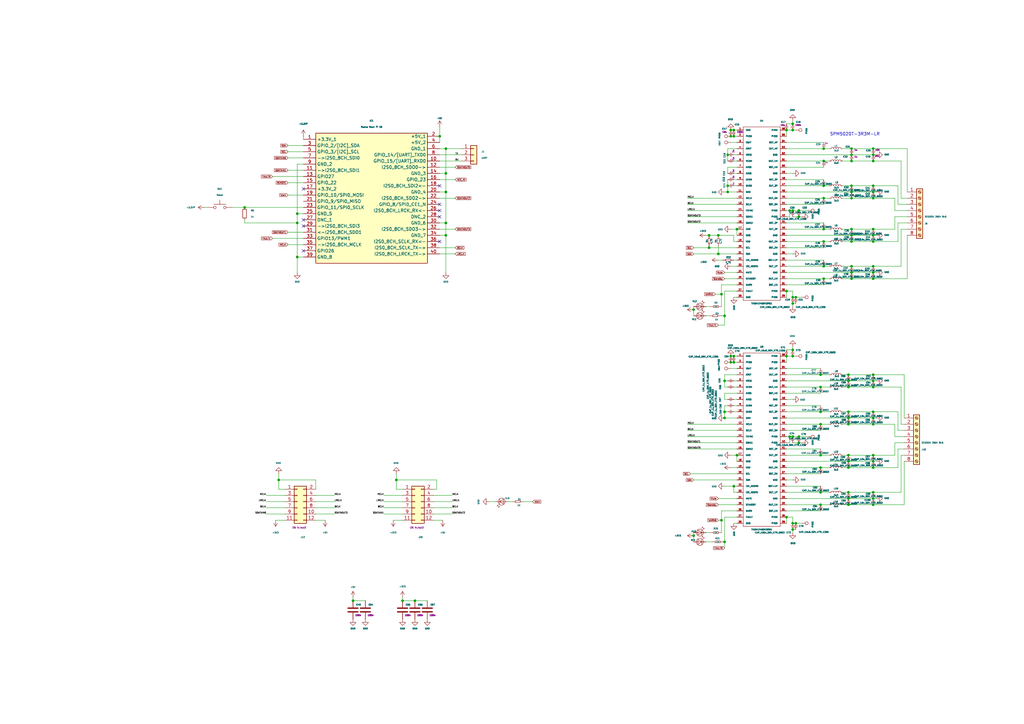
<source format=kicad_sch>
(kicad_sch (version 20231120) (generator "eeschema") (generator_version "8.0")
  (paper "A3")
  (junction (at 337.82 114.3))
  (junction (at 162.56 196.85))
  (junction (at 325.12 179.07))
  (junction (at 358.14 66.04))
  (junction (at 284.48 127))
  (junction (at 298.45 76.2))
  (junction (at 299.72 53.34))
  (junction (at 322.58 146.05))
  (junction (at 294.64 104.14))
  (junction (at 325.12 124.46))
  (junction (at 358.14 114.3))
  (junction (at 349.25 93.98))
  (junction (at 182.88 60.96))
  (junction (at 349.25 66.04))
  (junction (at 170.18 246.38))
  (junction (at 322.58 119.38))
  (junction (at 114.3 196.85))
  (junction (at 325.12 121.92))
  (junction (at 347.98 207.01))
  (junction (at 337.82 93.98))
  (junction (at 322.58 53.34))
  (junction (at 337.82 99.06))
  (junction (at 297.18 222.25))
  (junction (at 358.14 76.2))
  (junction (at 358.14 63.5))
  (junction (at 290.83 101.6))
  (junction (at 323.85 86.36))
  (junction (at 358.14 201.93))
  (junction (at 349.25 109.22))
  (junction (at 299.72 55.88))
  (junction (at 358.14 81.28))
  (junction (at 358.14 173.99))
  (junction (at 290.83 96.52))
  (junction (at 327.66 86.36))
  (junction (at 327.66 181.61))
  (junction (at 297.18 168.91))
  (junction (at 347.98 153.67))
  (junction (at 325.12 143.51))
  (junction (at 297.18 129.54))
  (junction (at 121.92 91.44))
  (junction (at 347.98 201.93))
  (junction (at 358.14 186.69))
  (junction (at 336.55 201.93))
  (junction (at 180.34 55.88))
  (junction (at 347.98 171.45))
  (junction (at 302.26 93.98))
  (junction (at 358.14 111.76))
  (junction (at 347.98 191.77))
  (junction (at 358.14 78.74))
  (junction (at 182.88 96.52))
  (junction (at 327.66 179.07))
  (junction (at 358.14 189.23))
  (junction (at 336.55 207.01))
  (junction (at 295.91 213.36))
  (junction (at 336.55 153.67))
  (junction (at 349.25 99.06))
  (junction (at 300.99 146.05))
  (junction (at 358.14 191.77))
  (junction (at 337.82 60.96))
  (junction (at 297.18 156.21))
  (junction (at 182.88 78.74))
  (junction (at 302.26 186.69))
  (junction (at 325.12 86.36))
  (junction (at 325.12 214.63))
  (junction (at 358.14 153.67))
  (junction (at 358.14 207.01))
  (junction (at 358.14 93.98))
  (junction (at 336.55 186.69))
  (junction (at 347.98 186.69))
  (junction (at 347.98 204.47))
  (junction (at 325.12 53.34))
  (junction (at 298.45 78.74))
  (junction (at 358.14 109.22))
  (junction (at 299.72 148.59))
  (junction (at 295.91 120.65))
  (junction (at 358.14 60.96))
  (junction (at 349.25 60.96))
  (junction (at 323.85 179.07))
  (junction (at 347.98 189.23))
  (junction (at 121.92 87.63))
  (junction (at 347.98 156.21))
  (junction (at 300.99 148.59))
  (junction (at 294.64 96.52))
  (junction (at 358.14 158.75))
  (junction (at 358.14 171.45))
  (junction (at 300.99 55.88))
  (junction (at 349.25 114.3))
  (junction (at 298.45 63.5))
  (junction (at 349.25 63.5))
  (junction (at 165.1 246.38))
  (junction (at 325.12 50.8))
  (junction (at 182.88 91.44))
  (junction (at 100.33 85.09))
  (junction (at 358.14 99.06))
  (junction (at 349.25 78.74))
  (junction (at 349.25 76.2))
  (junction (at 336.55 158.75))
  (junction (at 337.82 81.28))
  (junction (at 299.72 146.05))
  (junction (at 322.58 212.09))
  (junction (at 358.14 156.21))
  (junction (at 300.99 53.34))
  (junction (at 325.12 146.05))
  (junction (at 358.14 96.52))
  (junction (at 347.98 158.75))
  (junction (at 327.66 88.9))
  (junction (at 182.88 71.12))
  (junction (at 349.25 111.76))
  (junction (at 144.78 246.38))
  (junction (at 326.39 214.63))
  (junction (at 358.14 168.91))
  (junction (at 121.92 105.41))
  (junction (at 337.82 76.2))
  (junction (at 300.99 199.39))
  (junction (at 347.98 173.99))
  (junction (at 336.55 173.99))
  (junction (at 337.82 109.22))
  (junction (at 336.55 168.91))
  (junction (at 337.82 66.04))
  (junction (at 336.55 191.77))
  (junction (at 297.18 171.45))
  (junction (at 325.12 217.17))
  (junction (at 349.25 81.28))
  (junction (at 347.98 168.91))
  (junction (at 358.14 204.47))
  (junction (at 349.25 96.52))
  (junction (at 284.48 219.71))
  (junction (at 326.39 121.92))
  (no_connect (at 124.46 77.47))
  (no_connect (at 180.34 83.82))
  (no_connect (at 180.34 86.36))
  (no_connect (at 180.34 76.2))
  (no_connect (at 124.46 92.71))
  (no_connect (at 124.46 102.87))
  (no_connect (at 180.34 88.9))
  (no_connect (at 124.46 90.17))
  (no_connect (at 180.34 99.06))
  (wire (pts (xy 322.58 146.05) (xy 325.12 146.05)))
  (wire (pts (xy 297.18 168.91) (xy 297.18 166.37)))
  (wire (pts (xy 347.98 204.47) (xy 358.14 204.47)))
  (wire (pts (xy 302.26 76.2) (xy 300.99 76.2)))
  (wire (pts (xy 349.25 78.74) (xy 358.14 78.74)))
  (wire (pts (xy 297.18 212.09) (xy 297.18 222.25)))
  (wire (pts (xy 345.44 168.91) (xy 347.98 168.91)))
  (wire (pts (xy 327.66 88.9) (xy 328.93 88.9)))
  (wire (pts (xy 289.56 96.52) (xy 290.83 96.52)))
  (wire (pts (xy 325.12 50.8) (xy 325.12 49.53)))
  (wire (pts (xy 182.88 60.96) (xy 189.23 60.96)))
  (wire (pts (xy 322.58 186.69) (xy 336.55 186.69)))
  (wire (pts (xy 162.56 194.31) (xy 162.56 196.85)))
  (wire (pts (xy 345.44 186.69) (xy 347.98 186.69)))
  (wire (pts (xy 358.14 204.47) (xy 359.41 204.47)))
  (wire (pts (xy 289.56 222.25) (xy 292.1 222.25)))
  (wire (pts (xy 289.56 125.73) (xy 291.338 125.73)))
  (wire (pts (xy 367.03 173.99) (xy 367.03 179.07)))
  (wire (pts (xy 300.99 106.68) (xy 302.26 106.68)))
  (wire (pts (xy 345.44 191.77) (xy 347.98 191.77)))
  (wire (pts (xy 302.26 96.52) (xy 302.26 93.98)))
  (wire (pts (xy 121.92 67.31) (xy 121.92 87.63)))
  (wire (pts (xy 322.58 194.31) (xy 336.55 194.31)))
  (wire (pts (xy 298.45 78.74) (xy 302.26 78.74)))
  (wire (pts (xy 323.85 88.9) (xy 323.85 86.36)))
  (wire (pts (xy 322.58 184.15) (xy 336.55 184.15)))
  (wire (pts (xy 325.12 214.63) (xy 326.39 214.63)))
  (wire (pts (xy 295.656 129.54) (xy 297.18 129.54)))
  (wire (pts (xy 208.28 205.74) (xy 210.058 205.74)))
  (wire (pts (xy 358.14 63.5) (xy 359.41 63.5)))
  (wire (pts (xy 345.44 158.75) (xy 347.98 158.75)))
  (wire (pts (xy 358.14 186.69) (xy 367.03 186.69)))
  (wire (pts (xy 297.18 199.39) (xy 300.99 199.39)))
  (wire (pts (xy 281.94 184.15) (xy 302.26 184.15)))
  (wire (pts (xy 297.18 156.21) (xy 297.18 158.75)))
  (wire (pts (xy 180.34 81.28) (xy 186.69 81.28)))
  (wire (pts (xy 284.48 101.6) (xy 290.83 101.6)))
  (wire (pts (xy 298.45 68.58) (xy 298.45 71.12)))
  (wire (pts (xy 294.64 204.47) (xy 302.26 204.47)))
  (wire (pts (xy 214.63 205.74) (xy 218.44 205.74)))
  (wire (pts (xy 325.12 121.92) (xy 326.39 121.92)))
  (wire (pts (xy 322.58 81.28) (xy 337.82 81.28)))
  (wire (pts (xy 368.3 168.91) (xy 368.3 176.53)))
  (wire (pts (xy 322.58 119.38) (xy 325.12 119.38)))
  (wire (pts (xy 370.84 153.67) (xy 370.84 171.45)))
  (wire (pts (xy 322.58 121.92) (xy 322.58 119.38)))
  (wire (pts (xy 358.14 66.04) (xy 369.57 66.04)))
  (wire (pts (xy 200.66 205.74) (xy 203.2 205.74)))
  (wire (pts (xy 347.98 156.21) (xy 358.14 156.21)))
  (wire (pts (xy 326.39 121.92) (xy 328.93 121.92)))
  (wire (pts (xy 322.58 207.01) (xy 336.55 207.01)))
  (wire (pts (xy 302.26 176.53) (xy 281.94 176.53)))
  (wire (pts (xy 302.26 71.12) (xy 300.99 71.12)))
  (wire (pts (xy 347.98 153.67) (xy 358.14 153.67)))
  (wire (pts (xy 336.55 191.77) (xy 340.36 191.77)))
  (wire (pts (xy 177.8 210.82) (xy 185.42 210.82)))
  (wire (pts (xy 281.94 81.28) (xy 302.26 81.28)))
  (wire (pts (xy 281.94 181.61) (xy 302.26 181.61)))
  (wire (pts (xy 358.14 81.28) (xy 367.03 81.28)))
  (wire (pts (xy 322.58 99.06) (xy 337.82 99.06)))
  (wire (pts (xy 299.72 186.69) (xy 302.26 186.69)))
  (wire (pts (xy 179.07 200.66) (xy 179.07 196.85)))
  (wire (pts (xy 358.14 96.52) (xy 359.41 96.52)))
  (wire (pts (xy 297.18 119.38) (xy 297.18 129.54)))
  (wire (pts (xy 325.12 218.44) (xy 325.12 217.17)))
  (wire (pts (xy 322.58 179.07) (xy 323.85 179.07)))
  (wire (pts (xy 162.56 196.85) (xy 162.56 200.66)))
  (wire (pts (xy 165.1 213.36) (xy 161.29 213.36)))
  (wire (pts (xy 114.3 200.66) (xy 116.84 200.66)))
  (wire (pts (xy 289.56 218.44) (xy 291.338 218.44)))
  (wire (pts (xy 323.85 179.07) (xy 325.12 179.07)))
  (wire (pts (xy 121.92 91.44) (xy 121.92 105.41)))
  (wire (pts (xy 358.14 168.91) (xy 368.3 168.91)))
  (wire (pts (xy 345.44 66.04) (xy 349.25 66.04)))
  (wire (pts (xy 95.25 85.09) (xy 100.33 85.09)))
  (wire (pts (xy 322.58 163.83) (xy 325.12 163.83)))
  (wire (pts (xy 290.83 96.52) (xy 294.64 96.52)))
  (wire (pts (xy 325.12 86.36) (xy 327.66 86.36)))
  (wire (pts (xy 129.54 210.82) (xy 137.16 210.82)))
  (wire (pts (xy 369.57 109.22) (xy 369.57 93.98)))
  (wire (pts (xy 322.58 53.34) (xy 325.12 53.34)))
  (wire (pts (xy 302.26 158.75) (xy 300.99 158.75)))
  (wire (pts (xy 345.44 109.22) (xy 349.25 109.22)))
  (wire (pts (xy 294.64 207.01) (xy 302.26 207.01)))
  (wire (pts (xy 322.58 86.36) (xy 323.85 86.36)))
  (wire (pts (xy 302.26 68.58) (xy 298.45 68.58)))
  (wire (pts (xy 367.03 181.61) (xy 370.84 181.61)))
  (wire (pts (xy 299.72 55.88) (xy 300.99 55.88)))
  (wire (pts (xy 297.18 114.3) (xy 302.26 114.3)))
  (wire (pts (xy 129.54 205.74) (xy 137.16 205.74)))
  (wire (pts (xy 295.91 116.84) (xy 302.26 116.84)))
  (wire (pts (xy 297.18 222.25) (xy 297.18 224.79)))
  (wire (pts (xy 347.98 191.77) (xy 358.14 191.77)))
  (wire (pts (xy 358.14 78.74) (xy 359.41 78.74)))
  (wire (pts (xy 298.45 76.2) (xy 298.45 73.66)))
  (wire (pts (xy 100.33 91.44) (xy 121.92 91.44)))
  (wire (pts (xy 297.18 161.29) (xy 297.18 163.83)))
  (wire (pts (xy 336.55 186.69) (xy 340.36 186.69)))
  (wire (pts (xy 111.76 72.39) (xy 124.46 72.39)))
  (wire (pts (xy 358.14 60.96) (xy 372.11 60.96)))
  (wire (pts (xy 368.3 99.06) (xy 368.3 91.44)))
  (wire (pts (xy 367.03 86.36) (xy 372.11 86.36)))
  (wire (pts (xy 337.82 76.2) (xy 340.36 76.2)))
  (wire (pts (xy 327.66 179.07) (xy 331.47 179.07)))
  (wire (pts (xy 121.92 67.31) (xy 124.46 67.31)))
  (wire (pts (xy 368.3 83.82) (xy 372.11 83.82)))
  (wire (pts (xy 180.34 78.74) (xy 182.88 78.74)))
  (wire (pts (xy 281.94 88.9) (xy 302.26 88.9)))
  (wire (pts (xy 367.03 179.07) (xy 370.84 179.07)))
  (wire (pts (xy 326.39 214.63) (xy 328.93 214.63)))
  (wire (pts (xy 299.72 148.59) (xy 300.99 148.59)))
  (wire (pts (xy 369.57 93.98) (xy 372.11 93.98)))
  (wire (pts (xy 298.45 63.5) (xy 298.45 66.04)))
  (wire (pts (xy 297.18 78.74) (xy 298.45 78.74)))
  (wire (pts (xy 165.1 245.11) (xy 165.1 246.38)))
  (wire (pts (xy 297.18 153.67) (xy 297.18 156.21)))
  (wire (pts (xy 284.48 125.73) (xy 284.48 127)))
  (wire (pts (xy 281.94 83.82) (xy 302.26 83.82)))
  (wire (pts (xy 325.12 181.61) (xy 327.66 181.61)))
  (wire (pts (xy 358.14 171.45) (xy 359.41 171.45)))
  (wire (pts (xy 322.58 196.85) (xy 325.12 196.85)))
  (wire (pts (xy 302.26 86.36) (xy 281.94 86.36)))
  (wire (pts (xy 358.14 189.23) (xy 359.41 189.23)))
  (wire (pts (xy 323.85 181.61) (xy 323.85 179.07)))
  (wire (pts (xy 284.48 219.71) (xy 284.48 222.25)))
  (wire (pts (xy 300.99 201.93) (xy 300.99 199.39)))
  (wire (pts (xy 367.03 81.28) (xy 367.03 86.36)))
  (wire (pts (xy 177.8 205.74) (xy 185.42 205.74)))
  (wire (pts (xy 302.26 99.06) (xy 300.99 99.06)))
  (wire (pts (xy 165.1 203.2) (xy 157.48 203.2)))
  (wire (pts (xy 345.44 76.2) (xy 349.25 76.2)))
  (wire (pts (xy 302.26 166.37) (xy 300.99 166.37)))
  (wire (pts (xy 358.14 114.3) (xy 372.11 114.3)))
  (wire (pts (xy 299.72 53.34) (xy 300.99 53.34)))
  (wire (pts (xy 336.55 173.99) (xy 340.36 173.99)))
  (wire (pts (xy 322.58 73.66) (xy 337.82 73.66)))
  (wire (pts (xy 349.25 63.5) (xy 358.14 63.5)))
  (wire (pts (xy 284.48 127) (xy 284.48 129.54)))
  (wire (pts (xy 336.55 207.01) (xy 340.36 207.01)))
  (wire (pts (xy 298.45 78.74) (xy 298.45 76.2)))
  (wire (pts (xy 367.03 93.98) (xy 367.03 88.9)))
  (wire (pts (xy 368.3 184.15) (xy 370.84 184.15)))
  (wire (pts (xy 293.37 120.65) (xy 295.91 120.65)))
  (wire (pts (xy 118.11 95.25) (xy 124.46 95.25)))
  (wire (pts (xy 180.34 93.98) (xy 186.69 93.98)))
  (wire (pts (xy 345.44 60.96) (xy 349.25 60.96)))
  (wire (pts (xy 180.34 73.66) (xy 186.69 73.66)))
  (wire (pts (xy 358.14 99.06) (xy 368.3 99.06)))
  (wire (pts (xy 180.34 101.6) (xy 186.69 101.6)))
  (wire (pts (xy 180.34 96.52) (xy 182.88 96.52)))
  (wire (pts (xy 180.34 71.12) (xy 182.88 71.12)))
  (wire (pts (xy 322.58 96.52) (xy 349.25 96.52)))
  (wire (pts (xy 322.58 71.12) (xy 325.12 71.12)))
  (wire (pts (xy 144.78 246.38) (xy 149.86 246.38)))
  (wire (pts (xy 302.26 156.21) (xy 300.99 156.21)))
  (wire (pts (xy 129.54 213.36) (xy 133.35 213.36)))
  (wire (pts (xy 322.58 189.23) (xy 347.98 189.23)))
  (wire (pts (xy 322.58 114.3) (xy 337.82 114.3)))
  (wire (pts (xy 347.98 186.69) (xy 358.14 186.69)))
  (wire (pts (xy 170.18 246.38) (xy 175.26 246.38)))
  (wire (pts (xy 322.58 181.61) (xy 323.85 181.61)))
  (wire (pts (xy 322.58 212.09) (xy 325.12 212.09)))
  (wire (pts (xy 157.48 210.82) (xy 165.1 210.82)))
  (wire (pts (xy 322.58 158.75) (xy 336.55 158.75)))
  (wire (pts (xy 358.14 153.67) (xy 370.84 153.67)))
  (wire (pts (xy 372.11 114.3) (xy 372.11 96.52)))
  (wire (pts (xy 283.21 194.31) (xy 302.26 194.31)))
  (wire (pts (xy 336.55 201.93) (xy 340.36 201.93)))
  (wire (pts (xy 182.88 96.52) (xy 182.88 91.44)))
  (wire (pts (xy 300.99 214.63) (xy 302.26 214.63)))
  (wire (pts (xy 337.82 99.06) (xy 340.36 99.06)))
  (wire (pts (xy 118.11 59.69) (xy 124.46 59.69)))
  (wire (pts (xy 369.57 81.28) (xy 372.11 81.28)))
  (wire (pts (xy 182.88 96.52) (xy 182.88 111.76)))
  (wire (pts (xy 124.46 55.88) (xy 124.46 57.15)))
  (wire (pts (xy 322.58 76.2) (xy 337.82 76.2)))
  (wire (pts (xy 322.58 83.82) (xy 337.82 83.82)))
  (wire (pts (xy 369.57 158.75) (xy 369.57 173.99)))
  (wire (pts (xy 129.54 196.85) (xy 114.3 196.85)))
  (wire (pts (xy 157.48 205.74) (xy 165.1 205.74)))
  (wire (pts (xy 297.18 163.83) (xy 298.45 163.83)))
  (wire (pts (xy 322.58 176.53) (xy 336.55 176.53)))
  (wire (pts (xy 345.44 201.93) (xy 347.98 201.93)))
  (wire (pts (xy 162.56 200.66) (xy 165.1 200.66)))
  (wire (pts (xy 298.45 168.91) (xy 297.18 168.91)))
  (wire (pts (xy 129.54 203.2) (xy 137.16 203.2)))
  (wire (pts (xy 322.58 191.77) (xy 336.55 191.77)))
  (wire (pts (xy 294.64 104.14) (xy 302.26 104.14)))
  (wire (pts (xy 302.26 73.66) (xy 300.99 73.66)))
  (wire (pts (xy 358.14 173.99) (xy 367.03 173.99)))
  (wire (pts (xy 322.58 104.14) (xy 325.12 104.14)))
  (wire (pts (xy 322.58 101.6) (xy 337.82 101.6)))
  (wire (pts (xy 358.14 158.75) (xy 369.57 158.75)))
  (wire (pts (xy 302.26 189.23) (xy 302.26 186.69)))
  (wire (pts (xy 114.3 194.31) (xy 114.3 196.85)))
  (wire (pts (xy 129.54 208.28) (xy 137.16 208.28)))
  (wire (pts (xy 337.82 114.3) (xy 340.36 114.3)))
  (wire (pts (xy 180.34 52.07) (xy 180.34 55.88)))
  (wire (pts (xy 326.39 217.17) (xy 325.12 217.17)))
  (wire (pts (xy 322.58 199.39) (xy 336.55 199.39)))
  (wire (pts (xy 347.98 168.91) (xy 358.14 168.91)))
  (wire (pts (xy 322.58 60.96) (xy 337.82 60.96)))
  (wire (pts (xy 297.18 133.35) (xy 297.18 129.54)))
  (wire (pts (xy 302.26 201.93) (xy 300.99 201.93)))
  (wire (pts (xy 367.03 186.69) (xy 367.03 181.61)))
  (wire (pts (xy 180.34 60.96) (xy 182.88 60.96)))
  (wire (pts (xy 299.72 191.77) (xy 302.26 191.77)))
  (wire (pts (xy 294.64 213.36) (xy 295.91 213.36)))
  (wire (pts (xy 345.44 81.28) (xy 349.25 81.28)))
  (wire (pts (xy 294.64 106.68) (xy 296.418 106.68)))
  (wire (pts (xy 349.25 76.2) (xy 358.14 76.2)))
  (wire (pts (xy 322.58 166.37) (xy 336.55 166.37)))
  (wire (pts (xy 297.18 156.21) (xy 298.45 156.21)))
  (wire (pts (xy 325.12 143.51) (xy 325.12 142.24)))
  (wire (pts (xy 294.64 101.092) (xy 294.64 104.14)))
  (wire (pts (xy 322.58 151.13) (xy 336.55 151.13)))
  (wire (pts (xy 322.58 143.51) (xy 325.12 143.51)))
  (wire (pts (xy 347.98 171.45) (xy 358.14 171.45)))
  (wire (pts (xy 300.99 199.39) (xy 302.26 199.39)))
  (wire (pts (xy 336.55 153.67) (xy 340.36 153.67)))
  (wire (pts (xy 295.91 213.36) (xy 295.91 209.55)))
  (wire (pts (xy 302.26 109.22) (xy 299.72 109.22)))
  (wire (pts (xy 372.11 60.96) (xy 372.11 78.74)))
  (wire (pts (xy 349.25 109.22) (xy 358.14 109.22)))
  (wire (pts (xy 337.82 60.96) (xy 340.36 60.96)))
  (wire (pts (xy 349.25 114.3) (xy 358.14 114.3)))
  (wire (pts (xy 299.72 146.05) (xy 300.99 146.05)))
  (wire (pts (xy 322.58 111.76) (xy 349.25 111.76)))
  (wire (pts (xy 358.14 156.21) (xy 359.41 156.21)))
  (wire (pts (xy 367.03 88.9) (xy 372.11 88.9)))
  (wire (pts (xy 299.72 58.42) (xy 302.26 58.42)))
  (wire (pts (xy 349.25 93.98) (xy 358.14 93.98)))
  (wire (pts (xy 290.83 101.6) (xy 302.26 101.6)))
  (wire (pts (xy 322.58 156.21) (xy 347.98 156.21)))
  (wire (pts (xy 337.82 66.04) (xy 340.36 66.04)))
  (wire (pts (xy 83.82 85.09) (xy 85.09 85.09)))
  (wire (pts (xy 109.22 208.28) (xy 116.84 208.28)))
  (wire (pts (xy 322.58 148.59) (xy 322.58 146.05)))
  (wire (pts (xy 180.34 91.44) (xy 182.88 91.44)))
  (wire (pts (xy 129.54 200.66) (xy 129.54 196.85)))
  (wire (pts (xy 327.66 86.36) (xy 331.47 86.36)))
  (wire (pts (xy 297.18 158.75) (xy 298.45 158.75)))
  (wire (pts (xy 322.58 171.45) (xy 347.98 171.45)))
  (wire (pts (xy 322.58 204.47) (xy 347.98 204.47)))
  (wire (pts (xy 347.98 173.99) (xy 358.14 173.99)))
  (wire (pts (xy 180.34 68.58) (xy 186.69 68.58)))
  (wire (pts (xy 118.11 80.01) (xy 124.46 80.01)))
  (wire (pts (xy 322.58 161.29) (xy 336.55 161.29)))
  (wire (pts (xy 322.58 106.68) (xy 337.82 106.68)))
  (wire (pts (xy 297.18 171.45) (xy 302.26 171.45)))
  (wire (pts (xy 157.48 208.28) (xy 165.1 208.28)))
  (wire (pts (xy 322.58 88.9) (xy 323.85 88.9)))
  (wire (pts (xy 295.91 218.44) (xy 295.91 213.36)))
  (wire (pts (xy 302.26 60.96) (xy 298.45 60.96)))
  (wire (pts (xy 345.44 207.01) (xy 347.98 207.01)))
  (wire (pts (xy 302.26 163.83) (xy 300.99 163.83)))
  (wire (pts (xy 165.1 246.38) (xy 170.18 246.38)))
  (wire (pts (xy 297.18 212.09) (xy 302.26 212.09)))
  (wire (pts (xy 284.48 218.44) (xy 284.48 219.71)))
  (wire (pts (xy 323.85 86.36) (xy 325.12 86.36)))
  (wire (pts (xy 299.72 93.98) (xy 302.26 93.98)))
  (wire (pts (xy 300.99 148.59) (xy 302.26 148.59)))
  (wire (pts (xy 302.26 153.67) (xy 297.18 153.67)))
  (wire (pts (xy 358.14 201.93) (xy 369.57 201.93)))
  (wire (pts (xy 325.12 212.09) (xy 325.12 214.63)))
  (wire (pts (xy 118.11 69.85) (xy 124.46 69.85)))
  (wire (pts (xy 322.58 153.67) (xy 336.55 153.67)))
  (wire (pts (xy 302.26 179.07) (xy 281.94 179.07)))
  (wire (pts (xy 369.57 66.04) (xy 369.57 81.28)))
  (wire (pts (xy 337.82 109.22) (xy 340.36 109.22)))
  (wire (pts (xy 325.12 53.34) (xy 326.39 53.34)))
  (wire (pts (xy 180.34 104.14) (xy 186.69 104.14)))
  (wire (pts (xy 284.48 196.85) (xy 302.26 196.85)))
  (wire (pts (xy 177.8 203.2) (xy 185.42 203.2)))
  (wire (pts (xy 336.55 158.75) (xy 340.36 158.75)))
  (wire (pts (xy 118.11 100.33) (xy 124.46 100.33)))
  (wire (pts (xy 337.82 93.98) (xy 340.36 93.98)))
  (wire (pts (xy 284.48 104.14) (xy 294.64 104.14)))
  (wire (pts (xy 180.34 66.04) (xy 189.23 66.04)))
  (wire (pts (xy 124.46 105.41) (xy 121.92 105.41)))
  (wire (pts (xy 300.99 53.34) (xy 302.26 53.34)))
  (wire (pts (xy 114.3 196.85) (xy 114.3 200.66)))
  (wire (pts (xy 322.58 173.99) (xy 336.55 173.99)))
  (wire (pts (xy 349.25 99.06) (xy 358.14 99.06)))
  (wire (pts (xy 322.58 66.04) (xy 337.82 66.04)))
  (wire (pts (xy 322.58 214.63) (xy 322.58 212.09)))
  (wire (pts (xy 297.18 111.76) (xy 302.26 111.76)))
  (wire (pts (xy 121.92 87.63) (xy 121.92 91.44)))
  (wire (pts (xy 295.91 116.84) (xy 295.91 120.65)))
  (wire (pts (xy 345.44 173.99) (xy 347.98 173.99)))
  (wire (pts (xy 296.672 222.25) (xy 297.18 222.25)))
  (wire (pts (xy 368.3 176.53) (xy 370.84 176.53)))
  (wire (pts (xy 349.25 66.04) (xy 358.14 66.04)))
  (wire (pts (xy 177.8 208.28) (xy 185.42 208.28)))
  (wire (pts (xy 322.58 116.84) (xy 337.82 116.84)))
  (wire (pts (xy 299.72 151.13) (xy 302.26 151.13)))
  (wire (pts (xy 298.45 60.96) (xy 298.45 63.5)))
  (wire (pts (xy 322.58 93.98) (xy 337.82 93.98)))
  (wire (pts (xy 116.84 203.2) (xy 109.22 203.2)))
  (wire (pts (xy 109.22 210.82) (xy 116.84 210.82)))
  (wire (pts (xy 322.58 58.42) (xy 337.82 58.42)))
  (wire (pts (xy 144.78 245.11) (xy 144.78 246.38)))
  (wire (pts (xy 322.58 168.91) (xy 336.55 168.91)))
  (wire (pts (xy 281.94 173.99) (xy 302.26 173.99)))
  (wire (pts (xy 322.58 201.93) (xy 336.55 201.93)))
  (wire (pts (xy 289.56 129.54) (xy 291.084 129.54)))
  (wire (pts (xy 302.26 66.04) (xy 300.99 66.04)))
  (wire (pts (xy 345.44 93.98) (xy 349.25 93.98)))
  (wire (pts (xy 179.07 200.66) (xy 177.8 200.66)))
  (wire (pts (xy 322.58 209.55) (xy 336.55 209.55)))
  (wire (pts (xy 322.58 63.5) (xy 349.25 63.5)))
  (wire (pts (xy 297.18 171.45) (xy 297.18 168.91)))
  (wire (pts (xy 295.91 209.55) (xy 302.26 209.55)))
  (wire (pts (xy 179.07 196.85) (xy 162.56 196.85)))
  (wire (pts (xy 345.44 114.3) (xy 349.25 114.3)))
  (wire (pts (xy 358.14 207.01) (xy 370.84 207.01)))
  (wire (pts (xy 180.34 55.88) (xy 180.34 58.42)))
  (wire (pts (xy 347.98 158.75) (xy 358.14 158.75)))
  (wire (pts (xy 300.99 96.52) (xy 300.99 99.06)))
  (wire (pts (xy 368.3 76.2) (xy 368.3 83.82)))
  (wire (pts (xy 322.58 50.8) (xy 325.12 50.8)))
  (wire (pts (xy 369.57 186.69) (xy 370.84 186.69)))
  (wire (pts (xy 337.82 81.28) (xy 340.36 81.28)))
  (wire (pts (xy 290.83 101.092) (xy 290.83 101.6)))
  (wire (pts (xy 345.44 99.06) (xy 349.25 99.06)))
  (wire (pts (xy 325.12 179.07) (xy 327.66 179.07)))
  (wire (pts (xy 111.76 97.79) (xy 124.46 97.79)))
  (wire (pts (xy 118.11 74.93) (xy 124.46 74.93)))
  (wire (pts (xy 322.58 109.22) (xy 337.82 109.22)))
  (wire (pts (xy 347.98 207.01) (xy 358.14 207.01)))
  (wire (pts (xy 118.11 64.77) (xy 124.46 64.77)))
  (wire (pts (xy 322.58 68.58) (xy 337.82 68.58)))
  (wire (pts (xy 326.39 124.46) (xy 325.12 124.46)))
  (wire (pts (xy 302.26 63.5) (xy 300.99 63.5)))
  (wire (pts (xy 300.99 121.92) (xy 302.26 121.92)))
  (wire (pts (xy 180.34 63.5) (xy 189.23 63.5)))
  (wire (pts (xy 297.18 166.37) (xy 298.45 166.37)))
  (wire (pts (xy 349.25 60.96) (xy 358.14 60.96)))
  (wire (pts (xy 302.26 161.29) (xy 297.18 161.29)))
  (wire (pts (xy 302.26 168.91) (xy 300.99 168.91)))
  (wire (pts (xy 297.18 119.38) (xy 302.26 119.38)))
  (wire (pts (xy 300.99 96.52) (xy 294.64 96.52)))
  (wire (pts (xy 322.58 78.74) (xy 349.25 78.74)))
  (wire (pts (xy 358.14 109.22) (xy 369.57 109.22)))
  (wire (pts (xy 182.88 91.44) (xy 182.88 78.74)))
  (wire (pts (xy 369.57 201.93) (xy 369.57 186.69)))
  (wire (pts (xy 295.91 120.65) (xy 295.91 125.73)))
  (wire (pts (xy 182.88 78.74) (xy 182.88 71.12)))
  (wire (pts (xy 281.94 91.44) (xy 302.26 91.44)))
  (wire (pts (xy 358.14 93.98) (xy 367.03 93.98)))
  (wire (pts (xy 100.33 90.17) (xy 100.33 91.44)))
  (wire (pts (xy 358.14 111.76) (xy 359.41 111.76)))
  (wire (pts (xy 121.92 87.63) (xy 124.46 87.63)))
  (wire (pts (xy 347.98 201.93) (xy 358.14 201.93)))
  (wire (pts (xy 358.14 191.77) (xy 368.3 191.77)))
  (wire (pts (xy 336.55 168.91) (xy 340.36 168.91)))
  (wire (pts (xy 347.98 189.23) (xy 358.14 189.23)))
  (wire (pts (xy 358.14 76.2) (xy 368.3 76.2)))
  (wire (pts (xy 118.11 62.23) (xy 124.46 62.23)))
  (wire (pts (xy 109.22 205.74) (xy 116.84 205.74)))
  (wire (pts (xy 349.25 81.28) (xy 358.14 81.28)))
  (wire (pts (xy 327.66 181.61) (xy 328.93 181.61)))
  (wire (pts (xy 325.12 119.38) (xy 325.12 121.92)))
  (wire (pts (xy 368.3 91.44) (xy 372.11 91.44)))
  (wire (pts (xy 370.84 207.01) (xy 370.84 189.23)))
  (wire (pts (xy 369.57 173.99) (xy 370.84 173.99)))
  (wire (pts (xy 116.84 213.36) (xy 113.03 213.36)))
  (wire (pts (xy 325.12 125.73) (xy 325.12 124.46)))
  (wire (pts (xy 121.92 105.41) (xy 121.92 111.76)))
  (wire (pts (xy 368.3 191.77) (xy 368.3 184.15)))
  (wire (pts (xy 322.58 55.88) (xy 322.58 53.34)))
  (wire (pts (xy 325.12 146.05) (xy 326.39 146.05)))
  (wire (pts (xy 300.99 146.05) (xy 302.26 146.05)))
  (wire (pts (xy 177.8 213.36) (xy 181.61 213.36)))
  (wire (pts (xy 345.44 153.67) (xy 347.98 153.67)))
  (wire (pts (xy 349.25 111.76) (xy 358.14 111.76)))
  (wire (pts (xy 182.88 71.12) (xy 182.88 60.96)))
  (wire (pts (xy 325.12 88.9) (xy 327.66 88.9)))
  (wire (pts (xy 294.64 133.35) (xy 297.18 133.35)))
  (wire (pts (xy 349.25 96.52) (xy 358.14 96.52)))
  (wire (pts (xy 300.99 55.88) (xy 302.26 55.88)))
  (wire (pts (xy 322.58 91.44) (xy 337.82 91.44)))
  (wire (pts (xy 100.33 85.09) (xy 124.46 85.09)))
  (text "SPM5020T-3R3M-LR" (at 340.36 55.88 0) (effects (font (size 1.27 1.27)) (justify left bottom)))
  (label "LRCLK" (at 281.94 179.07 0) (effects (font (size 0.635 0.635))))
  (label "MCLK" (at 281.94 81.28 0) (effects (font (size 0.635 0.635))))
  (label "LRCLK" (at 281.94 86.36 0) (effects (font (size 0.635 0.635))))
  (label "MCLK" (at 281.94 173.99 0) (effects (font (size 0.635 0.635))))
  (label "SDATAOUT1" (at 281.94 181.61 0) (effects (font (size 0.635 0.635))))
  (label "MCLK" (at 109.22 203.2 180) (effects (font (size 0.635 0.635))))
  (label "LRCLK" (at 157.48 205.74 180) (effects (font (size 0.635 0.635))))
  (label "BCLK" (at 185.42 208.28 0) (effects (font (size 0.635 0.635))))
  (label "LRCLK" (at 109.22 205.74 180) (effects (font (size 0.635 0.635))))
  (label "BCLK" (at 281.94 176.53 0) (effects (font (size 0.635 0.635))))
  (label "SDATAOUT3" (at 281.94 88.9 0) (effects (font (size 0.635 0.635))))
  (label "SDATAOUT3" (at 137.16 210.82 0) (effects (font (size 0.635 0.635))))
  (label "SDATAIN0" (at 109.22 210.82 180) (effects (font (size 0.635 0.635))))
  (label "SDATAIN1" (at 157.48 210.82 180) (effects (font (size 0.635 0.635))))
  (label "BCLK" (at 157.48 208.28 180) (effects (font (size 0.635 0.635))))
  (label "TX" (at 186.69 63.5 0) (effects (font (size 0.635 0.635))))
  (label "BCLK" (at 137.16 208.28 0) (effects (font (size 0.635 0.635))))
  (label "LRCLK" (at 137.16 205.74 0) (effects (font (size 0.635 0.635))))
  (label "MCLK" (at 137.16 203.2 0) (effects (font (size 0.635 0.635))))
  (label "LRCLK" (at 185.42 205.74 0) (effects (font (size 0.635 0.635))))
  (label "BCLK" (at 281.94 83.82 0) (effects (font (size 0.635 0.635))))
  (label "SDATAOUT2" (at 185.42 210.82 0) (effects (font (size 0.635 0.635))))
  (label "MCLK" (at 157.48 203.2 180) (effects (font (size 0.635 0.635))))
  (label "MCLK" (at 185.42 203.2 0) (effects (font (size 0.635 0.635))))
  (label "SDATAOUT0" (at 281.94 184.15 0) (effects (font (size 0.635 0.635))))
  (label "SDATAOUT2" (at 281.94 91.44 0) (effects (font (size 0.635 0.635))))
  (label "BCLK" (at 109.22 208.28 180) (effects (font (size 0.635 0.635))))
  (label "RX" (at 186.69 66.04 0) (effects (font (size 0.635 0.635))))
  (global_label "REMOTE" (shape input) (at 118.11 74.93 180) (effects (font (size 0.635 0.635))) (property "Intersheetrefs" "${INTERSHEET_REFS}" (effects (hide yes))))
  (global_label "SDATAIN1" (shape input) (at 118.11 69.85 180) (effects (font (size 0.635 0.635))) (property "Intersheetrefs" "${INTERSHEET_REFS}" (effects (hide yes))))
  (global_label "FAULT0" (shape input) (at 297.18 224.79 180) (effects (font (size 0.635 0.635))) (property "Intersheetrefs" "${INTERSHEET_REFS}" (effects (hide yes))))
  (global_label "SDA" (shape input) (at 118.11 59.69 180) (effects (font (size 0.635 0.635))) (property "Intersheetrefs" "${INTERSHEET_REFS}" (effects (hide yes))))
  (global_label "SDATAIN0" (shape input) (at 118.11 64.77 180) (effects (font (size 0.635 0.635))) (property "Intersheetrefs" "${INTERSHEET_REFS}" (effects (hide yes))))
  (global_label "SDATAOUT0" (shape input) (at 186.69 68.58 0) (effects (font (size 0.635 0.635))) (property "Intersheetrefs" "${INTERSHEET_REFS}" (effects (hide yes))))
  (global_label "SCL" (shape input) (at 284.48 101.6 180) (effects (font (size 0.635 0.635))) (property "Intersheetrefs" "${INTERSHEET_REFS}" (effects (hide yes))))
  (global_label "ACC_IN" (shape input) (at 186.69 73.66 0) (effects (font (size 0.635 0.635))) (property "Intersheetrefs" "${INTERSHEET_REFS}" (effects (hide yes))))
  (global_label "Mute" (shape input) (at 294.64 204.47 180) (effects (font (size 0.635 0.635))) (property "Intersheetrefs" "${INTERSHEET_REFS}" (effects (hide yes))))
  (global_label "SCL" (shape input) (at 118.11 62.23 180) (effects (font (size 0.635 0.635))) (property "Intersheetrefs" "${INTERSHEET_REFS}" (effects (hide yes))))
  (global_label "Work" (shape input) (at 218.44 205.74 0) (effects (font (size 0.635 0.635))) (property "Intersheetrefs" "${INTERSHEET_REFS}" (effects (hide yes))))
  (global_label "Standby" (shape input) (at 294.64 207.01 180) (effects (font (size 0.635 0.635))) (property "Intersheetrefs" "${INTERSHEET_REFS}" (effects (hide yes))))
  (global_label "SDATAOUT3" (shape input) (at 186.69 93.98 0) (effects (font (size 0.635 0.635))) (property "Intersheetrefs" "${INTERSHEET_REFS}" (effects (hide yes))))
  (global_label "LRCLK" (shape input) (at 186.69 104.14 0) (effects (font (size 0.635 0.635))) (property "Intersheetrefs" "${INTERSHEET_REFS}" (effects (hide yes))))
  (global_label "MCLK" (shape input) (at 118.11 100.33 180) (effects (font (size 0.635 0.635))) (property "Intersheetrefs" "${INTERSHEET_REFS}" (effects (hide yes))))
  (global_label "Work" (shape input) (at 118.11 80.01 180) (effects (font (size 0.635 0.635))) (property "Intersheetrefs" "${INTERSHEET_REFS}" (effects (hide yes))))
  (global_label "BCLK" (shape input) (at 186.69 101.6 0) (effects (font (size 0.635 0.635))) (property "Intersheetrefs" "${INTERSHEET_REFS}" (effects (hide yes))))
  (global_label "SDA" (shape input) (at 284.48 196.85 180) (effects (font (size 0.635 0.635))) (property "Intersheetrefs" "${INTERSHEET_REFS}" (effects (hide yes))))
  (global_label "FAULT1" (shape input) (at 294.64 133.35 180) (effects (font (size 0.635 0.635))) (property "Intersheetrefs" "${INTERSHEET_REFS}" (effects (hide yes))))
  (global_label "SCL" (shape input) (at 283.21 194.31 180) (effects (font (size 0.635 0.635))) (property "Intersheetrefs" "${INTERSHEET_REFS}" (effects (hide yes))))
  (global_label "WARN0" (shape input) (at 294.64 213.36 180) (effects (font (size 0.635 0.635))) (property "Intersheetrefs" "${INTERSHEET_REFS}" (effects (hide yes))))
  (global_label "SDATAOUT2" (shape input) (at 186.69 81.28 0) (effects (font (size 0.635 0.635))) (property "Intersheetrefs" "${INTERSHEET_REFS}" (effects (hide yes))))
  (global_label "Mute" (shape input) (at 297.18 111.76 180) (effects (font (size 0.635 0.635))) (property "Intersheetrefs" "${INTERSHEET_REFS}" (effects (hide yes))))
  (global_label "WARN1" (shape input) (at 293.37 120.65 180) (effects (font (size 0.635 0.635))) (property "Intersheetrefs" "${INTERSHEET_REFS}" (effects (hide yes))))
  (global_label "Standby" (shape input) (at 297.18 114.3 180) (effects (font (size 0.635 0.635))) (property "Intersheetrefs" "${INTERSHEET_REFS}" (effects (hide yes))))
  (global_label "FAULT1" (shape input) (at 111.76 97.79 180) (effects (font (size 0.635 0.635))) (property "Intersheetrefs" "${INTERSHEET_REFS}" (effects (hide yes))))
  (global_label "SDATAOUT1" (shape input) (at 118.11 95.25 180) (effects (font (size 0.635 0.635))) (property "Intersheetrefs" "${INTERSHEET_REFS}" (effects (hide yes))))
  (global_label "SDA" (shape input) (at 284.48 104.14 180) (effects (font (size 0.635 0.635))) (property "Intersheetrefs" "${INTERSHEET_REFS}" (effects (hide yes))))
  (global_label "FAULT0" (shape input) (at 111.76 72.39 180) (effects (font (size 0.635 0.635))) (property "Intersheetrefs" "${INTERSHEET_REFS}" (effects (hide yes))))
  (symbol (lib_id "AMPP_1466_V0-rescue:TAS6424-Q1-my") (at 312.42 90.17 0) (unit 1)
    (property "Reference" "U4" (at 312.42 49.53 0) (effects (font (size 0.635 0.635))))
    (property "Value" "TAS6424QDKQRQ1" (at 312.42 124.46 0) (effects (font (size 0.635 0.635))))
    (property "Footprint" "Package_SO:SSOP-56_7.5x18.5mm_P0.635mm" (effects (hide yes)))
  )
  (symbol (lib_id "AMPP_1466_V0-rescue:PVDD-my") (at 299.72 55.88 90) (unit 1)
    (property "Reference" "#PWR0109" (effects (hide yes)))
    (property "Value" "PVDD" (at 295.148 55.626 0) (effects (font (size 0.635 0.635))))
  )
  (symbol (lib_id "AMPP_1466_V0-rescue:GND-power") (at 299.72 53.34 180) (unit 1)
    (property "Reference" "#PWR0110" (effects (hide yes)))
    (property "Value" "GND" (at 299.593 48.9458 0) (effects (font (size 0.635 0.635))))
  )
  (symbol (lib_id "AMPP_1466_V0-rescue:PVDD-my") (at 326.39 53.34 270) (unit 1)
    (property "Reference" "#PWR0118" (effects (hide yes)))
    (property "Value" "PVDD" (at 330.7842 53.7718 0) (effects (font (size 0.635 0.635))))
  )
  (symbol (lib_id "AMPP_1466_V0-rescue:VBAT-my") (at 299.72 58.42 90) (unit 1)
    (property "Reference" "#PWR0111" (effects (hide yes)))
    (property "Value" "VBAT" (at 295.148 58.674 0) (effects (font (size 0.635 0.635))))
  )
  (symbol (lib_id "AMPP_1466_V0-rescue:GND-power") (at 299.72 93.98 270) (unit 1)
    (property "Reference" "#PWR0112" (effects (hide yes)))
    (property "Value" "GND" (at 296.4688 94.107 90) (effects (font (size 0.635 0.635)) (justify right)))
  )
  (symbol (lib_id "AMPP_1466_V0-rescue:Screw_Terminal_01x08-Connector") (at 377.19 86.36 0) (unit 1)
    (property "Reference" "J6" (at 379.222 91.694 0) (effects (font (size 0.635 0.635)) (justify left)))
    (property "Value" "DEGSON 2604 8x5" (at 379.222 88.8746 0) (effects (font (size 0.635 0.635)) (justify left)))
    (property "Footprint" "00-mylib:DG271R-5.0-08P" (effects (hide yes)))
  )
  (symbol (lib_id "AMPP_1466_V0-rescue:GND-power") (at 325.12 71.12 90) (unit 1)
    (property "Reference" "#PWR0113" (effects (hide yes)))
    (property "Value" "GND" (at 328.3712 70.993 90) (effects (font (size 0.635 0.635)) (justify right)))
  )
  (symbol (lib_id "AMPP_1466_V0-rescue:GND-power") (at 325.12 104.14 90) (unit 1)
    (property "Reference" "#PWR0114" (effects (hide yes)))
    (property "Value" "GND" (at 328.3712 104.013 90) (effects (font (size 0.635 0.635)) (justify right)))
  )
  (symbol (lib_id "AMPP_1466_V0-rescue:GND-power") (at 359.41 111.76 90) (unit 1)
    (property "Reference" "#PWR0128" (effects (hide yes)))
    (property "Value" "GND" (at 362.6612 111.633 90) (effects (font (size 0.635 0.635)) (justify right)))
  )
  (symbol (lib_id "AMPP_1466_V0-rescue:GND-power") (at 325.12 49.53 180) (unit 1)
    (property "Reference" "#PWR0115" (effects (hide yes)))
    (property "Value" "GND" (at 324.993 45.1358 0) (effects (font (size 0.635 0.635))))
  )
  (symbol (lib_id "AMPP_1466_V0-rescue:GND-power") (at 328.93 88.9 90) (unit 1)
    (property "Reference" "#PWR0116" (effects (hide yes)))
    (property "Value" "GND" (at 333.3242 88.773 0) (effects (font (size 0.635 0.635))))
  )
  (symbol (lib_id "AMPP_1466_V0-rescue:PVDD-my") (at 331.47 86.36 270) (unit 1)
    (property "Reference" "#PWR0117" (effects (hide yes)))
    (property "Value" "PVDD" (at 335.8642 86.7918 0) (effects (font (size 0.635 0.635))))
  )
  (symbol (lib_id "AMPP_1466_V0-rescue:C_micro-my") (at 300.99 54.61 0) (unit 1)
    (property "Reference" "C15" (at 301.2948 51.054 0) (effects (font (size 0.635 0.635)) (justify left)))
    (property "Value" "CAP_100n_50V_X7R_0603" (effects (hide yes)))
    (property "Footprint" "Capacitor_SMD:C_0603_1608Metric" (effects (hide yes)))
    (property "MP" "CL10B104JB8NNNC" (effects (hide yes)))
    (property "Value1" "100n" (at 303.53 54.102 0) (effects (font (size 0.635 0.635))))
  )
  (symbol (lib_id "AMPP_1466_V0-rescue:C_micro-my") (at 322.58 52.07 0) (unit 1)
    (property "Reference" "C17" (at 320.294 50.038 0) (effects (font (size 0.635 0.635)) (justify left)))
    (property "Value" "CAP_10u0_50V_X7R_1206" (effects (hide yes)))
    (property "Footprint" "Capacitor_SMD:C_1206_3216Metric" (effects (hide yes)))
    (property "MP" "CL31B106KBHNNNE" (effects (hide yes)))
    (property "Value1" "10u" (at 321.056 51.308 0) (effects (font (size 0.635 0.635))))
  )
  (symbol (lib_id "AMPP_1466_V0-rescue:C_micro-my") (at 325.12 52.07 0) (unit 1)
    (property "Reference" "C18" (at 326.39 50.038 0) (effects (font (size 0.635 0.635)) (justify left)))
    (property "Value" "CAP_100n_50V_X7R_0603" (effects (hide yes)))
    (property "Footprint" "Capacitor_SMD:C_0603_1608Metric" (effects (hide yes)))
    (property "MP" "CL10B104JB8NNNC" (effects (hide yes)))
    (property "Value1" "100n" (at 327.406 51.308 0) (effects (font (size 0.635 0.635))))
  )
  (symbol (lib_id "AMPP_1466_V0-rescue:C_micro-my") (at 325.12 87.63 0) (unit 1)
    (property "Reference" "C20" (at 323.977 85.217 0) (effects (font (size 0.635 0.635)) (justify left)))
    (property "Value" "CAP_10u0_50V_X7R_1206" (at 324.612 89.789 0) (effects (font (size 0.635 0.635))))
    (property "Footprint" "Capacitor_SMD:C_1206_3216Metric" (effects (hide yes)))
    (property "MP" "CL31B106KBHNNNE" (effects (hide yes)))
    (property "Value1" "10u" (effects (hide yes)))
  )
  (symbol (lib_id "AMPP_1466_V0-rescue:C_micro-my") (at 327.66 87.63 0) (unit 1)
    (property "Reference" "C22" (at 329.057 85.217 0) (effects (font (size 0.635 0.635)) (justify left)))
    (property "Value" "CAP_100n_50V_X7R_0603" (at 329.946 87.122 0) (effects (font (size 0.635 0.635))))
    (property "Footprint" "Capacitor_SMD:C_0603_1608Metric" (effects (hide yes)))
    (property "MP" "CL10B104JB8NNNC" (effects (hide yes)))
    (property "Value1" "100n" (effects (hide yes)))
  )
  (symbol (lib_id "AMPP_1466_V0-rescue:GND-power") (at 299.72 109.22 270) (unit 1)
    (property "Reference" "#PWR0126" (effects (hide yes)))
    (property "Value" "GND" (at 294.132 109.22 90) (effects (font (size 0.635 0.635))))
  )
  (symbol (lib_id "AMPP_1466_V0-rescue:GND-power") (at 325.12 125.73 0) (unit 1)
    (property "Reference" "#PWR0119" (effects (hide yes)))
    (property "Value" "GND" (at 325.247 130.1242 0) (effects (font (size 0.635 0.635))))
  )
  (symbol (lib_id "AMPP_1466_V0-rescue:PVDD-my") (at 328.93 121.92 270) (unit 1)
    (property "Reference" "#PWR0120" (effects (hide yes)))
    (property "Value" "PVDD" (at 333.3242 122.3518 0) (effects (font (size 0.635 0.635))))
  )
  (symbol (lib_id "AMPP_1466_V0-rescue:C_micro-my") (at 326.39 123.19 180) (unit 1)
    (property "Reference" "C21" (at 329.438 122.936 0) (effects (font (size 0.635 0.635)) (justify left)))
    (property "Value" "CAP_10u0_50V_X7R_1206" (at 332.486 125.984 0) (effects (font (size 0.635 0.635))))
    (property "Footprint" "Capacitor_SMD:C_1206_3216Metric" (effects (hide yes)))
    (property "MP" "CL31B106KBHNNNE" (effects (hide yes)))
    (property "Value1" "10u" (effects (hide yes)))
  )
  (symbol (lib_id "AMPP_1466_V0-rescue:C_micro-my") (at 325.12 123.19 180) (unit 1)
    (property "Reference" "C19" (at 323.977 122.936 0) (effects (font (size 0.635 0.635)) (justify left)))
    (property "Value" "CAP_100n_50V_X7R_0603" (at 317.754 125.984 0) (effects (font (size 0.635 0.635))))
    (property "Footprint" "Capacitor_SMD:C_0603_1608Metric" (effects (hide yes)))
    (property "MP" "CL10B104JB8NNNC" (effects (hide yes)))
    (property "Value1" "100n" (effects (hide yes)))
  )
  (symbol (lib_id "AMPP_1466_V0-rescue:C_micro-my") (at 299.72 63.5 270) (unit 1)
    (property "Reference" "C10" (at 297.18 62.738 0) (effects (font (size 0.635 0.635)) (justify left)))
    (property "Value" "CAP_1u_50V_X7R_0603" (effects (hide yes)))
    (property "Footprint" "Capacitor_SMD:C_0603_1608Metric" (effects (hide yes)))
    (property "MP" " CL10A105KA8NNNC" (effects (hide yes)))
    (property "Value1" "1u" (at 300.736 61.976 0) (effects (font (size 0.635 0.635))))
  )
  (symbol (lib_id "AMPP_1466_V0-rescue:C_micro-my") (at 299.72 66.04 270) (unit 1)
    (property "Reference" "C11" (at 297.1292 65.2272 0) (effects (font (size 0.635 0.635)) (justify left)))
    (property "Value" "CAP_1u_50V_X7R_0603" (effects (hide yes)))
    (property "Footprint" "Capacitor_SMD:C_0603_1608Metric" (effects (hide yes)))
    (property "MP" " CL10A105KA8NNNC" (effects (hide yes)))
    (property "Value1" "1u" (at 300.736 65.024 0) (effects (font (size 0.635 0.635))))
  )
  (symbol (lib_id "AMPP_1466_V0-rescue:C_micro-my") (at 299.72 71.12 270) (unit 1)
    (property "Reference" "C12" (at 296.9768 70.1548 0) (effects (font (size 0.635 0.635)) (justify left)))
    (property "Value" "CAP_1u_50V_X7R_0603" (effects (hide yes)))
    (property "Footprint" "Capacitor_SMD:C_0603_1608Metric" (effects (hide yes)))
    (property "MP" " CL10A105KA8NNNC" (effects (hide yes)))
    (property "Value1" "1u" (at 300.736 70.104 0) (effects (font (size 0.635 0.635))))
  )
  (symbol (lib_id "AMPP_1466_V0-rescue:C_micro-my") (at 299.72 73.66 270) (unit 1)
    (property "Reference" "C13" (at 296.8752 72.5932 0) (effects (font (size 0.635 0.635)) (justify left)))
    (property "Value" "CAP_1u_50V_X7R_0603" (effects (hide yes)))
    (property "Footprint" "Capacitor_SMD:C_0603_1608Metric" (effects (hide yes)))
    (property "MP" " CL10A105KA8NNNC" (effects (hide yes)))
    (property "Value1" "1u" (at 300.736 72.644 0) (effects (font (size 0.635 0.635))))
  )
  (symbol (lib_id "AMPP_1466_V0-rescue:C_micro-my") (at 299.72 76.2 270) (unit 1)
    (property "Reference" "C14" (at 297.0784 75.0824 0) (effects (font (size 0.635 0.635)) (justify left)))
    (property "Value" "CAP_1u_50V_X7R_0603" (effects (hide yes)))
    (property "Footprint" "Capacitor_SMD:C_0603_1608Metric" (effects (hide yes)))
    (property "MP" " CL10A105KA8NNNC" (effects (hide yes)))
    (property "Value1" "1u" (at 300.736 75.438 0) (effects (font (size 0.635 0.635))))
  )
  (symbol (lib_id "AMPP_1466_V0-rescue:L_Small-my") (at 342.9 114.3 90) (unit 1)
    (property "Reference" "L8" (at 342.9 112.776 90) (effects (font (size 0.635 0.635))))
    (property "Value" "3u3" (at 342.9 115.062 90) (effects (font (size 0.635 0.635))))
    (property "Footprint" "my:SPM5010-5020" (effects (hide yes)))
    (property "Description" "SPM4020T-3R3M-LR" (effects (hide yes)))
    (property "Value1" "SPM4020T-3R3M-LR" (effects (hide yes)))
  )
  (symbol (lib_id "AMPP_1466_V0-rescue:GND-power") (at 297.18 78.74 270) (unit 1)
    (property "Reference" "#PWR0121" (effects (hide yes)))
    (property "Value" "GND" (at 293.9288 78.867 90) (effects (font (size 0.635 0.635)) (justify right)))
  )
  (symbol (lib_id "AMPP_1466_V0-rescue:C_micro-my") (at 337.82 115.57 180) (unit 1)
    (property "Reference" "C30" (at 336.55 114.935 0) (effects (font (size 0.635 0.635)) (justify left)))
    (property "Value" "CAP_1u_50V_X7R_0603" (at 335.534 116.205 0) (effects (font (size 0.635 0.635))))
    (property "Footprint" "Capacitor_SMD:C_0603_1608Metric" (effects (hide yes)))
    (property "MP" " CL10A105KA8NNNC" (effects (hide yes)))
    (property "Value1" "1u" (effects (hide yes)))
  )
  (symbol (lib_id "AMPP_1466_V0-rescue:L_Small-my") (at 342.9 109.22 90) (unit 1)
    (property "Reference" "L7" (at 342.9 108.077 90) (effects (font (size 0.635 0.635))))
    (property "Value" "3u3" (at 342.9 110.109 90) (effects (font (size 0.635 0.635))))
    (property "Footprint" "my:SPM5010-5020" (effects (hide yes)))
    (property "Description" "SPM4020T-3R3M-LR" (effects (hide yes)))
    (property "Value1" "SPM4020T-3R3M-LR" (effects (hide yes)))
  )
  (symbol (lib_id "AMPP_1466_V0-rescue:C_micro-my") (at 337.82 107.95 180) (unit 1)
    (property "Reference" "C29" (at 336.423 107.315 0) (effects (font (size 0.635 0.635)) (justify left)))
    (property "Value" "CAP_1u_50V_X7R_0603" (at 335.661 108.331 0) (effects (font (size 0.635 0.635))))
    (property "Footprint" "Capacitor_SMD:C_0603_1608Metric" (effects (hide yes)))
    (property "MP" " CL10A105KA8NNNC" (effects (hide yes)))
    (property "Value1" "1u" (effects (hide yes)))
  )
  (symbol (lib_id "AMPP_1466_V0-rescue:C_micro-my") (at 349.25 113.03 180) (unit 1)
    (property "Reference" "C38" (at 347.98 112.395 0) (effects (font (size 0.635 0.635)) (justify left)))
    (property "Value" "CAP_1u_50V_X7R_0603" (at 347.091 113.538 0) (effects (font (size 0.635 0.635))))
    (property "Footprint" "Capacitor_SMD:C_0603_1608Metric" (effects (hide yes)))
    (property "MP" "CL21B105KOFNNNE" (effects (hide yes)))
    (property "Value1" "1u" (effects (hide yes)))
  )
  (symbol (lib_id "AMPP_1466_V0-rescue:C_micro-my") (at 349.25 110.49 180) (unit 1)
    (property "Reference" "C37" (at 347.853 109.982 0) (effects (font (size 0.635 0.635)) (justify left)))
    (property "Value" "CAP_1u_50V_X7R_0603" (at 347.091 110.998 0) (effects (font (size 0.635 0.635))))
    (property "Footprint" "Capacitor_SMD:C_0603_1608Metric" (effects (hide yes)))
    (property "MP" "CL21B105KOFNNNE" (effects (hide yes)))
    (property "Value1" "1u" (effects (hide yes)))
  )
  (symbol (lib_id "AMPP_1466_V0-rescue:R_micro-my") (at 294.64 98.806 0) (unit 1)
    (property "Reference" "R5" (at 293.624 99.568 90) (effects (font (size 0.635 0.635)) (justify left)))
    (property "Value" "4.7K" (at 295.656 98.933 90) (effects (font (size 0.635 0.635))))
    (property "Footprint" "Resistor_SMD:R_0603_1608Metric" (effects (hide yes)))
    (property "MP" "CR0603-FX-4701ELF" (effects (hide yes)))
  )
  (symbol (lib_id "AMPP_1466_V0-rescue:R_micro-my") (at 290.83 98.806 0) (unit 1)
    (property "Reference" "R4" (at 289.941 99.441 90) (effects (font (size 0.635 0.635)) (justify left)))
    (property "Value" "4.7K" (at 291.846 98.933 90) (effects (font (size 0.635 0.635))))
    (property "Footprint" "Resistor_SMD:R_0603_1608Metric" (effects (hide yes)))
    (property "MP" "CR0603-FX-4701ELF" (effects (hide yes)))
  )
  (symbol (lib_id "AMPP_1466_V0-rescue:C_micro-my") (at 358.14 113.03 180) (unit 1)
    (property "Reference" "C46" (at 356.87 112.522 0) (effects (font (size 0.635 0.635)) (justify left)))
    (property "Value" "CAP_10n_50V_X7R_0603" (at 356.108 113.538 0) (effects (font (size 0.635 0.635))))
    (property "Footprint" "Capacitor_SMD:C_0603_1608Metric" (effects (hide yes)))
    (property "MP" "CL10B103KB8NNNC" (effects (hide yes)))
    (property "Value1" "10n" (effects (hide yes)))
  )
  (symbol (lib_id "AMPP_1466_V0-rescue:C_micro-my") (at 358.14 110.49 180) (unit 1)
    (property "Reference" "C45" (at 356.743 110.109 0) (effects (font (size 0.635 0.635)) (justify left)))
    (property "Value" "CAP_10n_50V_X7R_0603" (at 355.854 110.998 0) (effects (font (size 0.635 0.635))))
    (property "Footprint" "Capacitor_SMD:C_0603_1608Metric" (effects (hide yes)))
    (property "MP" "CL10B103KB8NNNC" (effects (hide yes)))
    (property "Value1" "10n" (effects (hide yes)))
  )
  (symbol (lib_id "AMPP_1466_V0-rescue:L_Small-my") (at 342.9 99.06 90) (unit 1)
    (property "Reference" "L6" (at 343.027 97.917 90) (effects (font (size 0.635 0.635))))
    (property "Value" "3u3" (at 343.027 99.822 90) (effects (font (size 0.635 0.635))))
    (property "Footprint" "my:SPM5010-5020" (effects (hide yes)))
    (property "Description" "SPM4020T-3R3M-LR" (effects (hide yes)))
    (property "Value1" "SPM4020T-3R3M-LR" (effects (hide yes)))
  )
  (symbol (lib_id "AMPP_1466_V0-rescue:C_micro-my") (at 337.82 100.33 180) (unit 1)
    (property "Reference" "C28" (at 336.423 99.695 0) (effects (font (size 0.635 0.635)) (justify left)))
    (property "Value" "CAP_1u_50V_X7R_0603" (at 335.661 100.965 0) (effects (font (size 0.635 0.635))))
    (property "Footprint" "Capacitor_SMD:C_0603_1608Metric" (effects (hide yes)))
    (property "MP" " CL10A105KA8NNNC" (effects (hide yes)))
    (property "Value1" "1u" (effects (hide yes)))
  )
  (symbol (lib_id "AMPP_1466_V0-rescue:L_Small-my") (at 342.9 93.98 90) (unit 1)
    (property "Reference" "L5" (at 342.9 92.456 90) (effects (font (size 0.635 0.635))))
    (property "Value" "3u3" (at 342.9 94.742 90) (effects (font (size 0.635 0.635))))
    (property "Footprint" "my:SPM5010-5020" (effects (hide yes)))
    (property "Description" "SPM4020T-3R3M-LR" (effects (hide yes)))
    (property "Value1" "SPM4020T-3R3M-LR" (effects (hide yes)))
  )
  (symbol (lib_id "AMPP_1466_V0-rescue:C_micro-my") (at 337.82 92.71 180) (unit 1)
    (property "Reference" "C27" (at 336.296 92.075 0) (effects (font (size 0.635 0.635)) (justify left)))
    (property "Value" "CAP_1u_50V_X7R_0603" (at 335.534 93.091 0) (effects (font (size 0.635 0.635))))
    (property "Footprint" "Capacitor_SMD:C_0603_1608Metric" (effects (hide yes)))
    (property "MP" " CL10A105KA8NNNC" (effects (hide yes)))
    (property "Value1" "1u" (effects (hide yes)))
  )
  (symbol (lib_id "AMPP_1466_V0-rescue:C_micro-my") (at 349.25 97.79 180) (unit 1)
    (property "Reference" "C36" (at 348.234 97.282 0) (effects (font (size 0.635 0.635)) (justify left)))
    (property "Value" "CAP_1u_50V_X7R_0603" (at 347.472 98.171 0) (effects (font (size 0.635 0.635))))
    (property "Footprint" "Capacitor_SMD:C_0603_1608Metric" (effects (hide yes)))
    (property "MP" "CL21B105KOFNNNE" (effects (hide yes)))
    (property "Value1" "1u" (effects (hide yes)))
  )
  (symbol (lib_id "AMPP_1466_V0-rescue:C_micro-my") (at 349.25 95.25 180) (unit 1)
    (property "Reference" "C35" (at 348.234 94.615 0) (effects (font (size 0.635 0.635)) (justify left)))
    (property "Value" "CAP_1u_50V_X7R_0603" (at 347.472 95.885 0) (effects (font (size 0.635 0.635))))
    (property "Footprint" "Capacitor_SMD:C_0603_1608Metric" (effects (hide yes)))
    (property "MP" "CL21B105KOFNNNE" (effects (hide yes)))
    (property "Value1" "1u" (effects (hide yes)))
  )
  (symbol (lib_id "AMPP_1466_V0-rescue:GND-power") (at 359.41 96.52 90) (unit 1)
    (property "Reference" "#PWR0129" (effects (hide yes)))
    (property "Value" "GND" (at 362.6612 96.393 90) (effects (font (size 0.635 0.635)) (justify right)))
  )
  (symbol (lib_id "AMPP_1466_V0-rescue:C_micro-my") (at 358.14 97.79 180) (unit 1)
    (property "Reference" "C44" (at 356.997 97.282 0) (effects (font (size 0.635 0.635)) (justify left)))
    (property "Value" "CAP_10n_50V_X7R_0603" (at 356.235 98.298 0) (effects (font (size 0.635 0.635))))
    (property "Footprint" "Capacitor_SMD:C_0603_1608Metric" (effects (hide yes)))
    (property "MP" "CL10B103KB8NNNC" (effects (hide yes)))
    (property "Value1" "10n" (effects (hide yes)))
  )
  (symbol (lib_id "AMPP_1466_V0-rescue:C_micro-my") (at 358.14 95.25 180) (unit 1)
    (property "Reference" "C43" (at 356.743 94.869 0) (effects (font (size 0.635 0.635)) (justify left)))
    (property "Value" "CAP_10n_50V_X7R_0603" (at 355.854 95.885 0) (effects (font (size 0.635 0.635))))
    (property "Footprint" "Capacitor_SMD:C_0603_1608Metric" (effects (hide yes)))
    (property "MP" "CL10B103KB8NNNC" (effects (hide yes)))
    (property "Value1" "10n" (effects (hide yes)))
  )
  (symbol (lib_id "AMPP_1466_V0-rescue:L_Small-my") (at 342.9 81.28 90) (unit 1)
    (property "Reference" "L4" (at 342.9 79.756 90) (effects (font (size 0.635 0.635))))
    (property "Value" "3u3" (at 343.027 82.296 90) (effects (font (size 0.635 0.635))))
    (property "Footprint" "my:SPM5010-5020" (effects (hide yes)))
    (property "Description" "SPM4020T-3R3M-LR" (effects (hide yes)))
    (property "Value1" "SPM4020T-3R3M-LR" (effects (hide yes)))
  )
  (symbol (lib_id "AMPP_1466_V0-rescue:C_micro-my") (at 337.82 82.55 180) (unit 1)
    (property "Reference" "C26" (at 336.296 81.915 0) (effects (font (size 0.635 0.635)) (justify left)))
    (property "Value" "CAP_1u_50V_X7R_0603" (at 335.534 83.185 0) (effects (font (size 0.635 0.635))))
    (property "Footprint" "Capacitor_SMD:C_0603_1608Metric" (effects (hide yes)))
    (property "MP" " CL10A105KA8NNNC" (effects (hide yes)))
    (property "Value1" "1u" (effects (hide yes)))
  )
  (symbol (lib_id "AMPP_1466_V0-rescue:L_Small-my") (at 342.9 76.2 90) (unit 1)
    (property "Reference" "L3" (at 343.154 74.803 90) (effects (font (size 0.635 0.635))))
    (property "Value" "3u3" (at 343.027 76.962 90) (effects (font (size 0.635 0.635))))
    (property "Footprint" "my:SPM5010-5020" (effects (hide yes)))
    (property "Description" "SPM4020T-3R3M-LR" (effects (hide yes)))
    (property "Value1" "SPM4020T-3R3M-LR" (effects (hide yes)))
  )
  (symbol (lib_id "AMPP_1466_V0-rescue:C_micro-my") (at 337.82 74.93 180) (unit 1)
    (property "Reference" "C25" (at 336.296 74.422 0) (effects (font (size 0.635 0.635)) (justify left)))
    (property "Value" "CAP_1u_50V_X7R_0603" (at 335.661 75.438 0) (effects (font (size 0.635 0.635))))
    (property "Footprint" "Capacitor_SMD:C_0603_1608Metric" (effects (hide yes)))
    (property "MP" " CL10A105KA8NNNC" (effects (hide yes)))
    (property "Value1" "1u" (effects (hide yes)))
  )
  (symbol (lib_id "AMPP_1466_V0-rescue:C_micro-my") (at 349.25 80.01 180) (unit 1)
    (property "Reference" "C34" (at 348.107 79.502 0) (effects (font (size 0.635 0.635)) (justify left)))
    (property "Value" "CAP_1u_50V_X7R_0603" (at 347.726 80.137 0) (effects (font (size 0.635 0.635))))
    (property "Footprint" "Capacitor_SMD:C_0603_1608Metric" (effects (hide yes)))
    (property "MP" "CL21B105KOFNNNE" (effects (hide yes)))
    (property "Value1" "1u" (effects (hide yes)))
  )
  (symbol (lib_id "AMPP_1466_V0-rescue:C_micro-my") (at 349.25 77.47 180) (unit 1)
    (property "Reference" "C33" (at 348.107 76.835 0) (effects (font (size 0.635 0.635)) (justify left)))
    (property "Value" "CAP_1u_50V_X7R_0603" (at 347.218 77.978 0) (effects (font (size 0.635 0.635))))
    (property "Footprint" "Capacitor_SMD:C_0603_1608Metric" (effects (hide yes)))
    (property "MP" "CL21B105KOFNNNE" (effects (hide yes)))
    (property "Value1" "1u" (effects (hide yes)))
  )
  (symbol (lib_id "AMPP_1466_V0-rescue:GND-power") (at 359.41 78.74 90) (unit 1)
    (property "Reference" "#PWR0130" (effects (hide yes)))
    (property "Value" "GND" (at 362.6612 78.613 90) (effects (font (size 0.635 0.635)) (justify right)))
  )
  (symbol (lib_id "AMPP_1466_V0-rescue:C_micro-my") (at 358.14 80.01 180) (unit 1)
    (property "Reference" "C42" (at 356.87 79.502 0) (effects (font (size 0.635 0.635)) (justify left)))
    (property "Value" "CAP_10n_50V_X7R_0603" (at 356.235 80.518 0) (effects (font (size 0.635 0.635))))
    (property "Footprint" "Capacitor_SMD:C_0603_1608Metric" (effects (hide yes)))
    (property "MP" "CL10B103KB8NNNC" (effects (hide yes)))
    (property "Value1" "10n" (effects (hide yes)))
  )
  (symbol (lib_id "AMPP_1466_V0-rescue:C_micro-my") (at 358.14 77.47 180) (unit 1)
    (property "Reference" "C41" (at 356.87 77.089 0) (effects (font (size 0.635 0.635)) (justify left)))
    (property "Value" "CAP_10n_50V_X7R_0603" (at 356.235 78.105 0) (effects (font (size 0.635 0.635))))
    (property "Footprint" "Capacitor_SMD:C_0603_1608Metric" (effects (hide yes)))
    (property "MP" "CL10B103KB8NNNC" (effects (hide yes)))
    (property "Value1" "10n" (effects (hide yes)))
  )
  (symbol (lib_id "AMPP_1466_V0-rescue:L_Small-my") (at 342.9 66.04 90) (unit 1)
    (property "Reference" "L2" (at 342.9 64.516 90) (effects (font (size 0.635 0.635))))
    (property "Value" "3u3" (at 343.027 66.802 90) (effects (font (size 0.635 0.635))))
    (property "Footprint" "my:SPM5010-5020" (effects (hide yes)))
    (property "Description" "SPM4020T-3R3M-LR" (effects (hide yes)))
    (property "Value1" "SPM4020T-3R3M-LR" (effects (hide yes)))
  )
  (symbol (lib_id "AMPP_1466_V0-rescue:C_micro-my") (at 337.82 67.31 180) (unit 1)
    (property "Reference" "C24" (at 336.55 66.802 0) (effects (font (size 0.635 0.635)) (justify left)))
    (property "Value" "CAP_1u_50V_X7R_0603" (effects (hide yes)))
    (property "Footprint" "Capacitor_SMD:C_0603_1608Metric" (effects (hide yes)))
    (property "MP" " CL10A105KA8NNNC" (effects (hide yes)))
    (property "Value1" "1u" (at 338.836 66.548 0) (effects (font (size 0.635 0.635))))
  )
  (symbol (lib_id "AMPP_1466_V0-rescue:L_Small-my") (at 342.9 60.96 90) (unit 1)
    (property "Reference" "L1" (at 342.9 59.817 90) (effects (font (size 0.635 0.635))))
    (property "Value" "3u3" (at 343.027 61.722 90) (effects (font (size 0.635 0.635))))
    (property "Footprint" "my:SPM5010-5020" (effects (hide yes)))
    (property "Description" "SPM4020T-3R3M-LR" (effects (hide yes)))
    (property "Value1" "SPM4020T-3R3M-LR" (effects (hide yes)))
  )
  (symbol (lib_id "AMPP_1466_V0-rescue:C_micro-my") (at 337.82 59.69 180) (unit 1)
    (property "Reference" "C23" (at 336.55 59.182 0) (effects (font (size 0.635 0.635)) (justify left)))
    (property "Value" "CAP_1u_50V_X7R_0603" (effects (hide yes)))
    (property "Footprint" "Capacitor_SMD:C_0603_1608Metric" (effects (hide yes)))
    (property "MP" " CL10A105KA8NNNC" (effects (hide yes)))
    (property "Value1" "1u" (at 338.836 58.674 0) (effects (font (size 0.635 0.635))))
  )
  (symbol (lib_id "AMPP_1466_V0-rescue:C_micro-my") (at 349.25 64.77 180) (unit 1)
    (property "Reference" "C32" (at 347.726 64.262 0) (effects (font (size 0.635 0.635)) (justify left)))
    (property "Value" "CAP_1u_50V_X7R_0603" (effects (hide yes)))
    (property "Footprint" "Capacitor_SMD:C_0603_1608Metric" (effects (hide yes)))
    (property "MP" "CL21B105KOFNNNE" (effects (hide yes)))
    (property "Value1" "1u" (at 351.028 64.262 0) (effects (font (size 0.635 0.635))))
  )
  (symbol (lib_id "AMPP_1466_V0-rescue:C_micro-my") (at 349.25 62.23 180) (unit 1)
    (property "Reference" "C31" (at 348.742 60.198 0) (effects (font (size 0.635 0.635)) (justify left)))
    (property "Value" "CAP_1u_50V_X7R_0603" (effects (hide yes)))
    (property "Footprint" "Capacitor_SMD:C_0603_1608Metric" (effects (hide yes)))
    (property "MP" "CL21B105KOFNNNE" (effects (hide yes)))
    (property "Value1" "1u" (at 351.028 61.468 0) (effects (font (size 0.635 0.635))))
  )
  (symbol (lib_id "AMPP_1466_V0-rescue:GND-power") (at 359.41 63.5 90) (unit 1)
    (property "Reference" "#PWR0131" (effects (hide yes)))
    (property "Value" "GND" (at 362.6612 63.373 90) (effects (font (size 0.635 0.635)) (justify right)))
  )
  (symbol (lib_id "AMPP_1466_V0-rescue:C_micro-my") (at 358.14 64.77 180) (unit 1)
    (property "Reference" "C40" (at 356.997 64.262 0) (effects (font (size 0.635 0.635)) (justify left)))
    (property "Value" "CAP_10n_50V_X7R_0603" (effects (hide yes)))
    (property "Footprint" "Capacitor_SMD:C_0603_1608Metric" (effects (hide yes)))
    (property "MP" "CL10B103KB8NNNC" (effects (hide yes)))
    (property "Value1" "10n" (at 359.664 64.008 0) (effects (font (size 0.635 0.635))))
  )
  (symbol (lib_id "AMPP_1466_V0-rescue:C_micro-my") (at 358.14 62.23 180) (unit 1)
    (property "Reference" "C39" (at 357.124 61.722 0) (effects (font (size 0.635 0.635)) (justify left)))
    (property "Value" "CAP_10n_50V_X7R_0603" (effects (hide yes)))
    (property "Footprint" "Capacitor_SMD:C_0603_1608Metric" (effects (hide yes)))
    (property "MP" "CL10B103KB8NNNC" (effects (hide yes)))
    (property "Value1" "10n" (at 359.918 61.468 0) (effects (font (size 0.635 0.635))))
  )
  (symbol (lib_id "AMPP_1466_V0-rescue:R_micro-my") (at 293.37 129.54 90) (unit 1)
    (property "Reference" "R3" (at 294.767 128.651 90) (effects (font (size 0.635 0.635)) (justify left)))
    (property "Value" "1K" (at 293.878 131.064 90) (effects (font (size 0.635 0.635))))
    (property "Footprint" "Resistor_SMD:R_0603_1608Metric" (effects (hide yes)))
    (property "MP" "CR0603-FX-1001ELF" (effects (hide yes)))
  )
  (symbol (lib_id "AMPP_1466_V0-rescue:R_micro-my") (at 293.624 125.73 270) (unit 1)
    (property "Reference" "R2" (at 292.989 124.206 90) (effects (font (size 0.635 0.635)) (justify left)))
    (property "Value" "1K" (at 293.624 125.73 90) (effects (font (size 0.635 0.635))))
    (property "Footprint" "Resistor_SMD:R_0603_1608Metric" (effects (hide yes)))
    (property "MP" "CR0603-FX-1001ELF" (effects (hide yes)))
  )
  (symbol (lib_id "AMPP_1466_V0-rescue:GND-power") (at 300.99 121.92 0) (unit 1)
    (property "Reference" "#PWR0132" (effects (hide yes)))
    (property "Value" "GND" (at 301.117 125.1712 90) (effects (font (size 0.635 0.635)) (justify right)))
  )
  (symbol (lib_id "AMPP_1466_V0-rescue:Led_Small-my") (at 287.02 125.73 0) (mirror y) (unit 1)
    (property "Reference" "HL2" (at 284.861 123.571 0) (effects (font (size 0.635 0.635))))
    (property "Value" "LED_SMD_0603_RED" (effects (hide yes)))
    (property "Footprint" "LED_SMD:LED_0603_1608Metric" (effects (hide yes)))
    (property "MP" " FYLS-0603URC" (effects (hide yes)))
  )
  (symbol (lib_id "AMPP_1466_V0-rescue:Led_Small-my") (at 287.02 129.54 0) (mirror y) (unit 1)
    (property "Reference" "HL1" (at 284.734 130.937 0) (effects (font (size 0.635 0.635))))
    (property "Value" "LED_SMD_0603_YELLOW" (effects (hide yes)))
    (property "Footprint" "LED_SMD:LED_0603_1608Metric" (effects (hide yes)))
    (property "MP" " FYLS-0603UYC" (effects (hide yes)))
  )
  (symbol (lib_id "AMPP_1466_V0-rescue:C_micro-my") (at 299.72 54.61 0) (unit 1)
    (property "Reference" "C47" (at 296.164 52.832 0) (effects (font (size 0.635 0.635)) (justify left)))
    (property "Value" "CAP_10u0_50V_X7R_1206" (effects (hide yes)))
    (property "Footprint" "Capacitor_SMD:C_1206_3216Metric" (effects (hide yes)))
    (property "MP" "CL31B106KBHNNNE" (effects (hide yes)))
    (property "Value1" "10u" (at 297.18 54.102 0) (effects (font (size 0.635 0.635))))
  )
  (symbol (lib_id "AMPP_1466_V0-rescue:PVDD-my") (at 299.72 148.59 90) (unit 1)
    (property "Reference" "#PWR0157" (effects (hide yes)))
    (property "Value" "PVDD" (at 294.8432 148.4884 0) (effects (font (size 0.635 0.635))))
  )
  (symbol (lib_id "AMPP_1466_V0-rescue:GND-power") (at 299.72 146.05 180) (unit 1)
    (property "Reference" "#PWR0156" (effects (hide yes)))
    (property "Value" "GND" (at 299.593 141.6558 0) (effects (font (size 0.635 0.635))))
  )
  (symbol (lib_id "AMPP_1466_V0-rescue:VBAT-my") (at 299.72 151.13 90) (unit 1)
    (property "Reference" "#PWR0155" (effects (hide yes)))
    (property "Value" "VBAT" (at 294.9448 150.9776 0) (effects (font (size 0.635 0.635))))
  )
  (symbol (lib_id "AMPP_1466_V0-rescue:GND-power") (at 299.72 186.69 270) (unit 1)
    (property "Reference" "#PWR0154" (effects (hide yes)))
    (property "Value" "GND" (at 296.4688 186.817 90) (effects (font (size 0.635 0.635)) (justify right)))
  )
  (symbol (lib_id "AMPP_1466_V0-rescue:GND-power") (at 325.12 163.83 90) (unit 1)
    (property "Reference" "#PWR0153" (effects (hide yes)))
    (property "Value" "GND" (at 328.168 163.957 90) (effects (font (size 0.635 0.635)) (justify right)))
  )
  (symbol (lib_id "AMPP_1466_V0-rescue:GND-power") (at 325.12 196.85 90) (unit 1)
    (property "Reference" "#PWR0152" (effects (hide yes)))
    (property "Value" "GND" (at 328.3712 196.723 90) (effects (font (size 0.635 0.635)) (justify right)))
  )
  (symbol (lib_id "AMPP_1466_V0-rescue:GND-power") (at 325.12 142.24 180) (unit 1)
    (property "Reference" "#PWR0151" (effects (hide yes)))
    (property "Value" "GND" (at 324.993 137.8458 0) (effects (font (size 0.635 0.635))))
  )
  (symbol (lib_id "AMPP_1466_V0-rescue:GND-power") (at 328.93 181.61 90) (unit 1)
    (property "Reference" "#PWR0150" (effects (hide yes)))
    (property "Value" "GND" (at 333.3242 181.483 0) (effects (font (size 0.635 0.635))))
  )
  (symbol (lib_id "AMPP_1466_V0-rescue:PVDD-my") (at 331.47 179.07 270) (unit 1)
    (property "Reference" "#PWR0149" (effects (hide yes)))
    (property "Value" "PVDD" (at 335.8642 179.5018 0) (effects (font (size 0.635 0.635))))
  )
  (symbol (lib_id "AMPP_1466_V0-rescue:C_micro-my") (at 300.99 147.32 0) (unit 1)
    (property "Reference" "C70" (at 301.3964 143.9672 0) (effects (font (size 0.635 0.635)) (justify left)))
    (property "Value" "CAP_100n_50V_X7R_0603" (at 304.546 142.748 0) (effects (font (size 0.635 0.635))))
    (property "Footprint" "Capacitor_SMD:C_0603_1608Metric" (effects (hide yes)))
    (property "MP" "CL10B104JB8NNNC" (effects (hide yes)))
    (property "Value1" "100n" (effects (hide yes)))
  )
  (symbol (lib_id "AMPP_1466_V0-rescue:PVDD-my") (at 326.39 146.05 270) (unit 1)
    (property "Reference" "#PWR0148" (effects (hide yes)))
    (property "Value" "PVDD" (at 330.7842 146.4818 0) (effects (font (size 0.635 0.635))))
  )
  (symbol (lib_id "AMPP_1466_V0-rescue:C_micro-my") (at 322.58 144.78 0) (unit 1)
    (property "Reference" "C71" (at 320.167 142.494 0) (effects (font (size 0.635 0.635)) (justify left)))
    (property "Value" "CAP_10u0_50V_X7R_1206" (at 315.976 143.764 0) (effects (font (size 0.635 0.635))))
    (property "Footprint" "Capacitor_SMD:C_1206_3216Metric" (effects (hide yes)))
    (property "MP" "CL31B106KBHNNNE" (effects (hide yes)))
    (property "Value1" "10u" (effects (hide yes)))
  )
  (symbol (lib_id "AMPP_1466_V0-rescue:C_micro-my") (at 325.12 144.78 0) (unit 1)
    (property "Reference" "C73" (at 326.39 143.637 0) (effects (font (size 0.635 0.635)) (justify left)))
    (property "Value" "CAP_100n_50V_X7R_0603" (at 336.55 144.526 0) (effects (font (size 0.635 0.635))))
    (property "Footprint" "Capacitor_SMD:C_0603_1608Metric" (effects (hide yes)))
    (property "MP" "CL10B104JB8NNNC" (effects (hide yes)))
    (property "Value1" "100n" (effects (hide yes)))
  )
  (symbol (lib_id "AMPP_1466_V0-rescue:C_micro-my") (at 325.12 180.34 0) (unit 1)
    (property "Reference" "C74" (at 323.85 177.8 0) (effects (font (size 0.635 0.635)) (justify left)))
    (property "Value" "CAP_10u0_50V_X7R_1206" (at 324.485 182.499 0) (effects (font (size 0.635 0.635))))
    (property "Footprint" "Capacitor_SMD:C_1206_3216Metric" (effects (hide yes)))
    (property "MP" "CL31B106KBHNNNE" (effects (hide yes)))
    (property "Value1" "10u" (effects (hide yes)))
  )
  (symbol (lib_id "AMPP_1466_V0-rescue:C_micro-my") (at 327.66 180.34 0) (unit 1)
    (property "Reference" "C76" (at 328.676 178.054 0) (effects (font (size 0.635 0.635)) (justify left)))
    (property "Value" "CAP_100n_50V_X7R_0603" (at 329.692 179.832 0) (effects (font (size 0.635 0.635))))
    (property "Footprint" "Capacitor_SMD:C_0603_1608Metric" (effects (hide yes)))
    (property "MP" "CL10B104JB8NNNC" (effects (hide yes)))
    (property "Value1" "100n" (effects (hide yes)))
  )
  (symbol (lib_id "AMPP_1466_V0-rescue:C_micro-my") (at 326.39 215.9 180) (unit 1)
    (property "Reference" "C75" (at 329.565 215.773 0) (effects (font (size 0.635 0.635)) (justify left)))
    (property "Value" "CAP_10u0_50V_X7R_1206" (at 333.756 218.186 0) (effects (font (size 0.635 0.635))))
    (property "Footprint" "Capacitor_SMD:C_1206_3216Metric" (effects (hide yes)))
    (property "MP" "CL31B106KBHNNNE" (effects (hide yes)))
    (property "Value1" "10u" (effects (hide yes)))
  )
  (symbol (lib_id "AMPP_1466_V0-rescue:C_micro-my") (at 325.12 215.9 180) (unit 1)
    (property "Reference" "C72" (at 324.485 218.44 0) (effects (font (size 0.635 0.635)) (justify left)))
    (property "Value" "CAP_100n_50V_X7R_0603" (at 315.722 218.44 0) (effects (font (size 0.635 0.635))))
    (property "Footprint" "Capacitor_SMD:C_0603_1608Metric" (effects (hide yes)))
    (property "MP" "CL10B104JB8NNNC" (effects (hide yes)))
    (property "Value1" "100n" (effects (hide yes)))
  )
  (symbol (lib_id "AMPP_1466_V0-rescue:C_micro-my") (at 299.72 156.21 270) (unit 1)
    (property "Reference" "C65" (at 295.0972 155.0924 0) (effects (font (size 0.635 0.635)) (justify left)))
    (property "Value" "CAP_1u_50V_X7R_0603" (at 288.544 155.194 0) (effects (font (size 0.635 0.635))))
    (property "Footprint" "Capacitor_SMD:C_0603_1608Metric" (effects (hide yes)))
    (property "MP" " CL10A105KA8NNNC" (effects (hide yes)))
    (property "Value1" "1u" (effects (hide yes)))
  )
  (symbol (lib_id "AMPP_1466_V0-rescue:C_micro-my") (at 299.72 158.75 270) (unit 1)
    (property "Reference" "C66" (at 295.402 157.7848 0) (effects (font (size 0.635 0.635)) (justify left)))
    (property "Value" "CAP_1u_50V_X7R_0603" (at 290.322 158.242 0) (effects (font (size 0.635 0.635))))
    (property "Footprint" "Capacitor_SMD:C_0603_1608Metric" (effects (hide yes)))
    (property "MP" " CL10A105KA8NNNC" (effects (hide yes)))
    (property "Value1" "1u" (effects (hide yes)))
  )
  (symbol (lib_id "AMPP_1466_V0-rescue:C_micro-my") (at 299.72 163.83 270) (unit 1)
    (property "Reference" "C67" (at 295.3512 162.9664 0) (effects (font (size 0.635 0.635)) (justify left)))
    (property "Value" "CAP_1u_50V_X7R_0603" (at 291.338 164.084 0) (effects (font (size 0.635 0.635))))
    (property "Footprint" "Capacitor_SMD:C_0603_1608Metric" (effects (hide yes)))
    (property "MP" " CL10A105KA8NNNC" (effects (hide yes)))
    (property "Value1" "1u" (effects (hide yes)))
  )
  (symbol (lib_id "AMPP_1466_V0-rescue:C_micro-my") (at 299.72 166.37 270) (unit 1)
    (property "Reference" "C68" (at 295.5036 165.7096 0) (effects (font (size 0.635 0.635)) (justify left)))
    (property "Value" "CAP_1u_50V_X7R_0603" (at 292.354 165.1 0) (effects (font (size 0.635 0.635))))
    (property "Footprint" "Capacitor_SMD:C_0603_1608Metric" (effects (hide yes)))
    (property "MP" " CL10A105KA8NNNC" (effects (hide yes)))
    (property "Value1" "1u" (effects (hide yes)))
  )
  (symbol (lib_id "AMPP_1466_V0-rescue:GND-power") (at 297.18 171.45 270) (unit 1)
    (property "Reference" "#PWR0147" (effects (hide yes)))
    (property "Value" "GND" (at 293.9288 171.577 90) (effects (font (size 0.635 0.635)) (justify right)))
  )
  (symbol (lib_id "AMPP_1466_V0-rescue:GND-power") (at 297.18 199.39 270) (unit 1)
    (property "Reference" "#PWR0146" (effects (hide yes)))
    (property "Value" "GND" (at 293.9288 199.517 90) (effects (font (size 0.635 0.635)) (justify right)))
  )
  (symbol (lib_id "AMPP_1466_V0-rescue:R_micro-my") (at 298.704 106.68 270) (unit 1)
    (property "Reference" "R22" (at 297.815 105.537 90) (effects (font (size 0.635 0.635)) (justify left)))
    (property "Value" "4.7K" (at 298.704 107.696 90) (effects (font (size 0.635 0.635))))
    (property "Footprint" "Resistor_SMD:R_0603_1608Metric" (effects (hide yes)))
    (property "MP" "CR0603-FX-4701ELF" (effects (hide yes)))
  )
  (symbol (lib_id "AMPP_1466_V0-rescue:L_Small-my") (at 342.9 207.01 90) (unit 1)
    (property "Reference" "L16" (at 342.773 205.74 90) (effects (font (size 0.635 0.635))))
    (property "Value" "3u3" (at 342.9 207.645 90) (effects (font (size 0.635 0.635))))
    (property "Footprint" "my:SPM5010-5020" (effects (hide yes)))
    (property "Description" "SPM4020T-3R3M-LR" (effects (hide yes)))
    (property "Value1" "SPM4020T-3R3M-LR" (effects (hide yes)))
  )
  (symbol (lib_id "AMPP_1466_V0-rescue:C_micro-my") (at 336.55 208.28 180) (unit 1)
    (property "Reference" "C84" (at 335.28 207.645 0) (effects (font (size 0.635 0.635)) (justify left)))
    (property "Value" "CAP_1u_50V_X7R_0603" (at 334.518 208.915 0) (effects (font (size 0.635 0.635))))
    (property "Footprint" "Capacitor_SMD:C_0603_1608Metric" (effects (hide yes)))
    (property "MP" " CL10A105KA8NNNC" (effects (hide yes)))
    (property "Value1" "1u" (effects (hide yes)))
  )
  (symbol (lib_id "AMPP_1466_V0-rescue:L_Small-my") (at 342.9 201.93 90) (unit 1)
    (property "Reference" "L15" (at 342.9 200.406 90) (effects (font (size 0.635 0.635))))
    (property "Value" "3u3" (at 342.9 203.073 90) (effects (font (size 0.635 0.635))))
    (property "Footprint" "my:SPM5010-5020" (effects (hide yes)))
    (property "Description" "SPM4020T-3R3M-LR" (effects (hide yes)))
    (property "Value1" "SPM4020T-3R3M-LR" (effects (hide yes)))
  )
  (symbol (lib_id "AMPP_1466_V0-rescue:C_micro-my") (at 336.55 200.66 180) (unit 1)
    (property "Reference" "C83" (at 335.28 200.025 0) (effects (font (size 0.635 0.635)) (justify left)))
    (property "Value" "CAP_1u_50V_X7R_0603" (at 334.518 201.168 0) (effects (font (size 0.635 0.635))))
    (property "Footprint" "Capacitor_SMD:C_0603_1608Metric" (effects (hide yes)))
    (property "MP" " CL10A105KA8NNNC" (effects (hide yes)))
    (property "Value1" "1u" (effects (hide yes)))
  )
  (symbol (lib_id "AMPP_1466_V0-rescue:C_micro-my") (at 347.98 205.74 180) (unit 1)
    (property "Reference" "C92" (at 346.964 205.359 0) (effects (font (size 0.635 0.635)) (justify left)))
    (property "Value" "CAP_1u_50V_X7R_0603" (at 345.948 206.502 0) (effects (font (size 0.635 0.635))))
    (property "Footprint" "Capacitor_SMD:C_0603_1608Metric" (effects (hide yes)))
    (property "MP" "CL21B105KOFNNNE" (effects (hide yes)))
    (property "Value1" "1u" (effects (hide yes)))
  )
  (symbol (lib_id "AMPP_1466_V0-rescue:C_micro-my") (at 347.98 203.2 180) (unit 1)
    (property "Reference" "C91" (at 346.964 202.565 0) (effects (font (size 0.635 0.635)) (justify left)))
    (property "Value" "CAP_1u_50V_X7R_0603" (at 345.948 203.835 0) (effects (font (size 0.635 0.635))))
    (property "Footprint" "Capacitor_SMD:C_0603_1608Metric" (effects (hide yes)))
    (property "MP" "CL21B105KOFNNNE" (effects (hide yes)))
    (property "Value1" "1u" (effects (hide yes)))
  )
  (symbol (lib_id "AMPP_1466_V0-rescue:GND-power") (at 359.41 204.47 90) (unit 1)
    (property "Reference" "#PWR0145" (effects (hide yes)))
    (property "Value" "GND" (at 362.6612 204.343 90) (effects (font (size 0.635 0.635)) (justify right)))
  )
  (symbol (lib_id "AMPP_1466_V0-rescue:C_micro-my") (at 358.14 205.74 180) (unit 1)
    (property "Reference" "C100" (at 357.124 205.105 0) (effects (font (size 0.635 0.635)) (justify left)))
    (property "Value" "CAP_10n_50V_X7R_0603" (at 356.235 206.248 0) (effects (font (size 0.635 0.635))))
    (property "Footprint" "Capacitor_SMD:C_0603_1608Metric" (effects (hide yes)))
    (property "MP" "CL10B103KB8NNNC" (effects (hide yes)))
    (property "Value1" "10n" (effects (hide yes)))
  )
  (symbol (lib_id "AMPP_1466_V0-rescue:C_micro-my") (at 358.14 203.2 180) (unit 1)
    (property "Reference" "C99" (at 356.997 202.565 0) (effects (font (size 0.635 0.635)) (justify left)))
    (property "Value" "CAP_10n_50V_X7R_0603" (at 356.235 203.581 0) (effects (font (size 0.635 0.635))))
    (property "Footprint" "Capacitor_SMD:C_0603_1608Metric" (effects (hide yes)))
    (property "MP" "CL10B103KB8NNNC" (effects (hide yes)))
    (property "Value1" "10n" (effects (hide yes)))
  )
  (symbol (lib_id "AMPP_1466_V0-rescue:L_Small-my") (at 342.9 191.77 90) (unit 1)
    (property "Reference" "L14" (at 342.773 190.5 90) (effects (font (size 0.635 0.635))))
    (property "Value" "3u3" (at 342.9 192.659 90) (effects (font (size 0.635 0.635))))
    (property "Footprint" "my:SPM5010-5020" (effects (hide yes)))
    (property "Description" "SPM4020T-3R3M-LR" (effects (hide yes)))
    (property "Value1" "SPM4020T-3R3M-LR" (effects (hide yes)))
  )
  (symbol (lib_id "AMPP_1466_V0-rescue:C_micro-my") (at 336.55 193.04 180) (unit 1)
    (property "Reference" "C82" (at 335.153 192.405 0) (effects (font (size 0.635 0.635)) (justify left)))
    (property "Value" "CAP_1u_50V_X7R_0603" (at 334.518 193.548 0) (effects (font (size 0.635 0.635))))
    (property "Footprint" "Capacitor_SMD:C_0603_1608Metric" (effects (hide yes)))
    (property "MP" " CL10A105KA8NNNC" (effects (hide yes)))
    (property "Value1" "1u" (effects (hide yes)))
  )
  (symbol (lib_id "AMPP_1466_V0-rescue:L_Small-my") (at 342.9 186.69 90) (unit 1)
    (property "Reference" "L13" (at 342.9 185.293 90) (effects (font (size 0.635 0.635))))
    (property "Value" "3u3" (at 342.9 187.579 90) (effects (font (size 0.635 0.635))))
    (property "Footprint" "my:SPM5010-5020" (effects (hide yes)))
    (property "Description" "SPM4020T-3R3M-LR" (effects (hide yes)))
    (property "Value1" "SPM4020T-3R3M-LR" (effects (hide yes)))
  )
  (symbol (lib_id "AMPP_1466_V0-rescue:C_micro-my") (at 336.55 185.42 180) (unit 1)
    (property "Reference" "C81" (at 335.153 184.912 0) (effects (font (size 0.635 0.635)) (justify left)))
    (property "Value" "CAP_1u_50V_X7R_0603" (at 334.264 185.801 0) (effects (font (size 0.635 0.635))))
    (property "Footprint" "Capacitor_SMD:C_0603_1608Metric" (effects (hide yes)))
    (property "MP" " CL10A105KA8NNNC" (effects (hide yes)))
    (property "Value1" "1u" (effects (hide yes)))
  )
  (symbol (lib_id "AMPP_1466_V0-rescue:C_micro-my") (at 347.98 190.5 180) (unit 1)
    (property "Reference" "C90" (at 347.091 189.865 0) (effects (font (size 0.635 0.635)) (justify left)))
    (property "Value" "CAP_1u_50V_X7R_0603" (at 345.948 191.008 0) (effects (font (size 0.635 0.635))))
    (property "Footprint" "Capacitor_SMD:C_0603_1608Metric" (effects (hide yes)))
    (property "MP" "CL21B105KOFNNNE" (effects (hide yes)))
    (property "Value1" "1u" (effects (hide yes)))
  )
  (symbol (lib_id "AMPP_1466_V0-rescue:C_micro-my") (at 347.98 187.96 180) (unit 1)
    (property "Reference" "C89" (at 346.71 187.452 0) (effects (font (size 0.635 0.635)) (justify left)))
    (property "Value" "CAP_1u_50V_X7R_0603" (at 345.948 188.595 0) (effects (font (size 0.635 0.635))))
    (property "Footprint" "Capacitor_SMD:C_0603_1608Metric" (effects (hide yes)))
    (property "MP" "CL21B105KOFNNNE" (effects (hide yes)))
    (property "Value1" "1u" (effects (hide yes)))
  )
  (symbol (lib_id "AMPP_1466_V0-rescue:GND-power") (at 359.41 189.23 90) (unit 1)
    (property "Reference" "#PWR0144" (effects (hide yes)))
    (property "Value" "GND" (at 362.6612 189.103 90) (effects (font (size 0.635 0.635)) (justify right)))
  )
  (symbol (lib_id "AMPP_1466_V0-rescue:C_micro-my") (at 358.14 190.5 180) (unit 1)
    (property "Reference" "C98" (at 356.87 189.992 0) (effects (font (size 0.635 0.635)) (justify left)))
    (property "Value" "CAP_10n_50V_X7R_0603" (at 356.362 190.881 0) (effects (font (size 0.635 0.635))))
    (property "Footprint" "Capacitor_SMD:C_0603_1608Metric" (effects (hide yes)))
    (property "MP" "CL10B103KB8NNNC" (effects (hide yes)))
    (property "Value1" "10n" (effects (hide yes)))
  )
  (symbol (lib_id "AMPP_1466_V0-rescue:L_Small-my") (at 342.9 173.99 90) (unit 1)
    (property "Reference" "L12" (at 342.9 172.847 90) (effects (font (size 0.635 0.635))))
    (property "Value" "3u3" (at 343.027 174.752 90) (effects (font (size 0.635 0.635))))
    (property "Footprint" "my:SPM5010-5020" (effects (hide yes)))
    (property "Description" "SPM4020T-3R3M-LR" (effects (hide yes)))
    (property "Value1" "SPM4020T-3R3M-LR" (effects (hide yes)))
  )
  (symbol (lib_id "AMPP_1466_V0-rescue:C_micro-my") (at 336.55 175.26 180) (unit 1)
    (property "Reference" "C80" (at 335.153 174.879 0) (effects (font (size 0.635 0.635)) (justify left)))
    (property "Value" "CAP_1u_50V_X7R_0603" (at 334.518 175.895 0) (effects (font (size 0.635 0.635))))
    (property "Footprint" "Capacitor_SMD:C_0603_1608Metric" (effects (hide yes)))
    (property "MP" " CL10A105KA8NNNC" (effects (hide yes)))
    (property "Value1" "1u" (effects (hide yes)))
  )
  (symbol (lib_id "AMPP_1466_V0-rescue:L_Small-my") (at 342.9 168.91 90) (unit 1)
    (property "Reference" "L11" (at 342.9 167.513 90) (effects (font (size 0.635 0.635))))
    (property "Value" "3u3" (at 342.9 169.799 90) (effects (font (size 0.635 0.635))))
    (property "Footprint" "my:SPM5010-5020" (effects (hide yes)))
    (property "Description" "SPM4020T-3R3M-LR" (effects (hide yes)))
    (property "Value1" "SPM4020T-3R3M-LR" (effects (hide yes)))
  )
  (symbol (lib_id "AMPP_1466_V0-rescue:C_micro-my") (at 336.55 167.64 180) (unit 1)
    (property "Reference" "C79" (at 334.899 167.005 0) (effects (font (size 0.635 0.635)) (justify left)))
    (property "Value" "CAP_1u_50V_X7R_0603" (at 334.391 168.148 0) (effects (font (size 0.635 0.635))))
    (property "Footprint" "Capacitor_SMD:C_0603_1608Metric" (effects (hide yes)))
    (property "MP" " CL10A105KA8NNNC" (effects (hide yes)))
    (property "Value1" "1u" (effects (hide yes)))
  )
  (symbol (lib_id "AMPP_1466_V0-rescue:C_micro-my") (at 347.98 172.72 180) (unit 1)
    (property "Reference" "C88" (at 347.091 172.212 0) (effects (font (size 0.635 0.635)) (justify left)))
    (property "Value" "CAP_1u_50V_X7R_0603" (at 345.948 173.228 0) (effects (font (size 0.635 0.635))))
    (property "Footprint" "Capacitor_SMD:C_0603_1608Metric" (effects (hide yes)))
    (property "MP" "CL21B105KOFNNNE" (effects (hide yes)))
    (property "Value1" "1u" (effects (hide yes)))
  )
  (symbol (lib_id "AMPP_1466_V0-rescue:C_micro-my") (at 347.98 170.18 180) (unit 1)
    (property "Reference" "C87" (at 346.964 169.672 0) (effects (font (size 0.635 0.635)) (justify left)))
    (property "Value" "CAP_1u_50V_X7R_0603" (at 345.948 170.815 0) (effects (font (size 0.635 0.635))))
    (property "Footprint" "Capacitor_SMD:C_0603_1608Metric" (effects (hide yes)))
    (property "MP" "CL21B105KOFNNNE" (effects (hide yes)))
    (property "Value1" "1u" (effects (hide yes)))
  )
  (symbol (lib_id "AMPP_1466_V0-rescue:GND-power") (at 359.41 171.45 90) (unit 1)
    (property "Reference" "#PWR0138" (effects (hide yes)))
    (property "Value" "GND" (at 362.6612 171.323 90) (effects (font (size 0.635 0.635)) (justify right)))
  )
  (symbol (lib_id "AMPP_1466_V0-rescue:C_micro-my") (at 358.14 172.72 180) (unit 1)
    (property "Reference" "C96" (at 356.87 172.212 0) (effects (font (size 0.635 0.635)) (justify left)))
    (property "Value" "CAP_10n_50V_X7R_0603" (at 356.235 173.228 0) (effects (font (size 0.635 0.635))))
    (property "Footprint" "Capacitor_SMD:C_0603_1608Metric" (effects (hide yes)))
    (property "MP" "CL10B103KB8NNNC" (effects (hide yes)))
    (property "Value1" "10n" (effects (hide yes)))
  )
  (symbol (lib_id "AMPP_1466_V0-rescue:C_micro-my") (at 358.14 170.18 180) (unit 1)
    (property "Reference" "C95" (at 356.997 169.672 0) (effects (font (size 0.635 0.635)) (justify left)))
    (property "Value" "CAP_10n_50V_X7R_0603" (at 356.235 170.688 0) (effects (font (size 0.635 0.635))))
    (property "Footprint" "Capacitor_SMD:C_0603_1608Metric" (effects (hide yes)))
    (property "MP" "CL10B103KB8NNNC" (effects (hide yes)))
    (property "Value1" "10n" (effects (hide yes)))
  )
  (symbol (lib_id "AMPP_1466_V0-rescue:L_Small-my") (at 342.9 158.75 90) (unit 1)
    (property "Reference" "L10" (at 342.9 157.226 90) (effects (font (size 0.635 0.635))))
    (property "Value" "3u3" (at 342.9 159.512 90) (effects (font (size 0.635 0.635))))
    (property "Footprint" "my:SPM5010-5020" (effects (hide yes)))
    (property "Description" "SPM4020T-3R3M-LR" (effects (hide yes)))
    (property "Value1" "SPM4020T-3R3M-LR" (effects (hide yes)))
  )
  (symbol (lib_id "AMPP_1466_V0-rescue:C_micro-my") (at 336.55 160.02 180) (unit 1)
    (property "Reference" "C78" (at 334.899 159.385 0) (effects (font (size 0.635 0.635)) (justify left)))
    (property "Value" "CAP_1u_50V_X7R_0603" (at 334.391 160.528 0) (effects (font (size 0.635 0.635))))
    (property "Footprint" "Capacitor_SMD:C_0603_1608Metric" (effects (hide yes)))
    (property "MP" " CL10A105KA8NNNC" (effects (hide yes)))
    (property "Value1" "1u" (effects (hide yes)))
  )
  (symbol (lib_id "AMPP_1466_V0-rescue:L_Small-my") (at 342.9 153.67 90) (unit 1)
    (property "Reference" "L9" (at 343.027 152.273 90) (effects (font (size 0.635 0.635))))
    (property "Value" "3u3" (at 343.154 154.305 90) (effects (font (size 0.635 0.635))))
    (property "Footprint" "my:SPM5010-5020" (effects (hide yes)))
    (property "Description" "SPM4020T-3R3M-LR" (effects (hide yes)))
    (property "Value1" "SPM4020T-3R3M-LR" (effects (hide yes)))
  )
  (symbol (lib_id "AMPP_1466_V0-rescue:C_micro-my") (at 336.55 152.4 180) (unit 1)
    (property "Reference" "C77" (at 334.772 151.892 0) (effects (font (size 0.635 0.635)) (justify left)))
    (property "Value" "CAP_1u_50V_X7R_0603" (at 334.391 153.035 0) (effects (font (size 0.635 0.635))))
    (property "Footprint" "Capacitor_SMD:C_0603_1608Metric" (effects (hide yes)))
    (property "MP" " CL10A105KA8NNNC" (effects (hide yes)))
    (property "Value1" "1u" (effects (hide yes)))
  )
  (symbol (lib_id "AMPP_1466_V0-rescue:C_micro-my") (at 347.98 157.48 180) (unit 1)
    (property "Reference" "C86" (at 346.964 156.845 0) (effects (font (size 0.635 0.635)) (justify left)))
    (property "Value" "CAP_1u_50V_X7R_0603" (at 345.948 158.115 0) (effects (font (size 0.635 0.635))))
    (property "Footprint" "Capacitor_SMD:C_0603_1608Metric" (effects (hide yes)))
    (property "MP" "CL21B105KOFNNNE" (effects (hide yes)))
    (property "Value1" "1u" (effects (hide yes)))
  )
  (symbol (lib_id "AMPP_1466_V0-rescue:C_micro-my") (at 347.98 154.94 180) (unit 1)
    (property "Reference" "C85" (at 346.837 154.305 0) (effects (font (size 0.635 0.635)) (justify left)))
    (property "Value" "CAP_1u_50V_X7R_0603" (at 345.948 155.702 0) (effects (font (size 0.635 0.635))))
    (property "Footprint" "Capacitor_SMD:C_0603_1608Metric" (effects (hide yes)))
    (property "MP" "CL21B105KOFNNNE" (effects (hide yes)))
    (property "Value1" "1u" (effects (hide yes)))
  )
  (symbol (lib_id "AMPP_1466_V0-rescue:GND-power") (at 359.41 156.21 90) (unit 1)
    (property "Reference" "#PWR0133" (effects (hide yes)))
    (property "Value" "GND" (at 362.6612 156.083 90) (effects (font (size 0.635 0.635)) (justify right)))
  )
  (symbol (lib_id "AMPP_1466_V0-rescue:C_micro-my") (at 358.14 157.48 180) (unit 1)
    (property "Reference" "C94" (at 357.124 156.972 0) (effects (font (size 0.635 0.635)) (justify left)))
    (property "Value" "CAP_10n_50V_X7R_0603" (at 356.108 157.988 0) (effects (font (size 0.635 0.635))))
    (property "Footprint" "Capacitor_SMD:C_0603_1608Metric" (effects (hide yes)))
    (property "MP" "CL10B103KB8NNNC" (effects (hide yes)))
    (property "Value1" "10n" (effects (hide yes)))
  )
  (symbol (lib_id "AMPP_1466_V0-rescue:C_micro-my") (at 358.14 154.94 180) (unit 1)
    (property "Reference" "C93" (at 357.124 154.305 0) (effects (font (size 0.635 0.635)) (justify left)))
    (property "Value" "CAP_10n_50V_X7R_0603" (at 356.235 155.321 0) (effects (font (size 0.635 0.635))))
    (property "Footprint" "Capacitor_SMD:C_0603_1608Metric" (effects (hide yes)))
    (property "MP" "CL10B103KB8NNNC" (effects (hide yes)))
    (property "Value1" "10n" (effects (hide yes)))
  )
  (symbol (lib_id "AMPP_1466_V0-rescue:R_micro-my") (at 294.386 222.25 90) (unit 1)
    (property "Reference" "R21" (at 295.275 220.853 90) (effects (font (size 0.635 0.635)) (justify left)))
    (property "Value" "1K" (at 294.386 222.25 90) (effects (font (size 0.635 0.635))))
    (property "Footprint" "Resistor_SMD:R_0603_1608Metric" (effects (hide yes)))
    (property "MP" "CR0603-FX-1001ELF" (effects (hide yes)))
  )
  (symbol (lib_id "AMPP_1466_V0-rescue:R_micro-my") (at 293.624 218.44 270) (unit 1)
    (property "Reference" "R20" (at 292.608 216.789 90) (effects (font (size 0.635 0.635)) (justify left)))
    (property "Value" "1K" (at 293.624 218.44 90) (effects (font (size 0.635 0.635))))
    (property "Footprint" "Resistor_SMD:R_0603_1608Metric" (effects (hide yes)))
    (property "MP" "CR0603-FX-1001ELF" (effects (hide yes)))
  )
  (symbol (lib_id "AMPP_1466_V0-rescue:GND-power") (at 300.99 214.63 0) (unit 1)
    (property "Reference" "#PWR0127" (effects (hide yes)))
    (property "Value" "GND" (at 301.117 217.8812 90) (effects (font (size 0.635 0.635)) (justify right)))
  )
  (symbol (lib_id "AMPP_1466_V0-rescue:Led_Small-my") (at 287.02 218.44 0) (mirror y) (unit 1)
    (property "Reference" "HL3" (at 284.48 217.932 0) (effects (font (size 0.635 0.635))))
    (property "Value" "LED_SMD_0603_RED" (effects (hide yes)))
    (property "Footprint" "LED_SMD:LED_0603_1608Metric" (effects (hide yes)))
    (property "MP" " FYLS-0603URC" (effects (hide yes)))
  )
  (symbol (lib_id "AMPP_1466_V0-rescue:Led_Small-my") (at 287.02 222.25 0) (mirror y) (unit 1)
    (property "Reference" "HL4" (at 284.226 221.488 0) (effects (font (size 0.635 0.635))))
    (property "Value" "LED_SMD_0603_YELLOW" (effects (hide yes)))
    (property "Footprint" "LED_SMD:LED_0603_1608Metric" (effects (hide yes)))
    (property "MP" " FYLS-0603UYC" (effects (hide yes)))
  )
  (symbol (lib_id "AMPP_1466_V0-rescue:Screw_Terminal_01x08-Connector") (at 375.92 179.07 0) (unit 1)
    (property "Reference" "J18" (at 377.952 184.404 0) (effects (font (size 0.635 0.635)) (justify left)))
    (property "Value" "DEGSON 2604 8x5" (at 377.952 181.5846 0) (effects (font (size 0.635 0.635)) (justify left)))
    (property "Footprint" "00-mylib:DG271R-5.0-08P" (effects (hide yes)))
  )
  (symbol (lib_id "AMPP_1466_V0-rescue:TAS6424-Q1-my") (at 312.42 182.88 0) (unit 1)
    (property "Reference" "U8" (at 312.42 142.24 0) (effects (font (size 0.635 0.635))))
    (property "Value" "TAS6424QDKQRQ1" (at 312.42 217.17 0) (effects (font (size 0.635 0.635))))
    (property "Footprint" "Package_SO:SSOP-56_7.5x18.5mm_P0.635mm" (effects (hide yes)))
  )
  (symbol (lib_id "AMPP_1466_V0-rescue:PVDD-my") (at 328.93 214.63 270) (unit 1)
    (property "Reference" "#PWR0124" (effects (hide yes)))
    (property "Value" "PVDD" (at 333.3242 215.0618 0) (effects (font (size 0.635 0.635))))
  )
  (symbol (lib_id "AMPP_1466_V0-rescue:GND-power") (at 325.12 218.44 0) (unit 1)
    (property "Reference" "#PWR0123" (effects (hide yes)))
    (property "Value" "GND" (at 325.247 222.8342 0) (effects (font (size 0.635 0.635))))
  )
  (symbol (lib_id "AMPP_1466_V0-rescue:C_micro-my") (at 299.72 168.91 270) (unit 1)
    (property "Reference" "C69" (at 295.5544 167.9956 0) (effects (font (size 0.635 0.635)) (justify left)))
    (property "Value" "CAP_1u_50V_X7R_0603" (at 293.624 165.608 0) (effects (font (size 0.635 0.635))))
    (property "Footprint" "Capacitor_SMD:C_0603_1608Metric" (effects (hide yes)))
    (property "MP" " CL10A105KA8NNNC" (effects (hide yes)))
    (property "Value1" "1u" (effects (hide yes)))
  )
  (symbol (lib_id "AMPP_1466_V0-rescue:C_micro-my") (at 299.72 147.32 0) (unit 1)
    (property "Reference" "C64" (at 297.053 146.177 0) (effects (font (size 0.635 0.635)) (justify left)))
    (property "Value" "CAP_10u0_50V_X7R_1206" (at 288.544 146.304 0) (effects (font (size 0.635 0.635))))
    (property "Footprint" "Capacitor_SMD:C_1206_3216Metric" (effects (hide yes)))
    (property "MP" "CL31B106KBHNNNE" (effects (hide yes)))
    (property "Value1" "10u" (effects (hide yes)))
  )
  (symbol (lib_id "AMPP_1466_V0-rescue:C_micro-my") (at 358.14 187.96 180) (unit 1)
    (property "Reference" "C97" (at 356.87 187.325 0) (effects (font (size 0.635 0.635)) (justify left)))
    (property "Value" "CAP_10n_50V_X7R_0603" (at 356.235 188.341 0) (effects (font (size 0.635 0.635))))
    (property "Footprint" "Capacitor_SMD:C_0603_1608Metric" (effects (hide yes)))
    (property "MP" "CL10B103KB8NNNC" (effects (hide yes)))
    (property "Value1" "10n" (effects (hide yes)))
  )
  (symbol (lib_id "AMPP_1466_V0-rescue:+3V3-power") (at 113.03 213.36 180) (unit 1)
    (property "Reference" "#PWR0101" (effects (hide yes)))
    (property "Value" "+3V3" (at 113.03 218.44 0) (effects (font (size 0.635 0.635))))
  )
  (symbol (lib_id "AMPP_1466_V0-rescue:+3.3V-power") (at 289.56 96.52 90) (unit 1)
    (property "Reference" "#PWR0182" (effects (hide yes)))
    (property "Value" "+3V3" (at 288.29 94.742 90) (effects (font (size 0.635 0.635))))
  )
  (symbol (lib_id "AMPP_1466_V0-rescue:+3.3V-power") (at 284.48 127 90) (unit 1)
    (property "Reference" "#PWR0183" (effects (hide yes)))
    (property "Value" "+3V3" (at 281.178 125.476 90) (effects (font (size 0.635 0.635))))
  )
  (symbol (lib_id "AMPP_1466_V0-rescue:+3.3V-power") (at 299.72 191.77 90) (unit 1)
    (property "Reference" "#PWR0184" (effects (hide yes)))
    (property "Value" "+3V3" (at 296.418 190.246 90) (effects (font (size 0.635 0.635))))
  )
  (symbol (lib_id "AMPP_1466_V0-rescue:+3.3V-power") (at 284.48 219.71 90) (unit 1)
    (property "Reference" "#PWR0185" (effects (hide yes)))
    (property "Value" "+3V3" (at 278.003 219.71 90) (effects (font (size 0.635 0.635))))
  )
  (symbol (lib_id "AMPP_1466_V0-rescue:+3.3V-power") (at 294.64 106.68 90) (unit 1)
    (property "Reference" "#PWR0186" (effects (hide yes)))
    (property "Value" "+3V3" (at 288.544 107.442 90) (effects (font (size 0.635 0.635))))
  )
  (symbol (lib_id "Connector_Generic:Conn_02x06_Odd_Even") (at 121.92 205.74 0) (unit 1)
    (property "Reference" "J12" (at 125.095 220.345 0) (effects (font (size 0.635 0.635)) (justify right)))
    (property "Value" "Conn_edge_2x6_2.54_Male" (effects (hide yes)))
    (property "Footprint" "Connector_Edge:2x6" (effects (hide yes)))
    (property "Поле4" "I2S in/out3" (at 122.682 216.408 0) (effects (font (size 0.635 0.635))))
  )
  (symbol (lib_id "AMPP_1466_V0-rescue:GND-power") (at 114.3 194.31 180) (unit 1)
    (property "Reference" "#PWR0193" (effects (hide yes)))
    (property "Value" "GND" (at 114.173 189.9158 0) (effects (font (size 0.635 0.635))))
  )
  (symbol (lib_id "AMPP_1466_V0-rescue:GND-power") (at 182.88 111.76 0) (unit 1)
    (property "Reference" "#PWR04" (effects (hide yes)))
    (property "Value" "GND" (at 182.88 115.57 0) (effects (font (size 0.635 0.635))))
  )
  (symbol (lib_id "AMPP_1466_V0-rescue:R_micro-my") (at 212.344 205.74 90) (unit 1)
    (property "Reference" "R1" (at 213.741 204.851 90) (effects (font (size 0.635 0.635)) (justify left)))
    (property "Value" "1K" (at 212.852 207.264 90) (effects (font (size 0.635 0.635))))
    (property "Footprint" "Resistor_SMD:R_0603_1608Metric" (effects (hide yes)))
    (property "MP" "CR0603-FX-1001ELF" (effects (hide yes)))
  )
  (symbol (lib_id "power:GND") (at 175.26 254 0) (unit 1)
    (property "Reference" "#PWR074" (effects (hide yes)))
    (property "Value" "GND" (at 175.26 257.81 0) (effects (font (size 0.635 0.635))))
  )
  (symbol (lib_id "AMPP_1466_V0-rescue:GND-power") (at 162.56 194.31 180) (unit 1)
    (property "Reference" "#PWR069" (effects (hide yes)))
    (property "Value" "GND" (at 162.433 189.9158 0) (effects (font (size 0.635 0.635))))
  )
  (symbol (lib_id "AMPP_1466_V0-rescue:+5V-power") (at 181.61 213.36 180) (unit 1)
    (property "Reference" "#PWR070" (effects (hide yes)))
    (property "Value" "+5V" (at 181.61 218.44 0) (effects (font (size 0.635 0.635))))
  )
  (symbol (lib_id "AMPP_1466_V0-rescue:+5V-power") (at 144.78 245.11 0) (unit 1)
    (property "Reference" "#PWR06" (effects (hide yes)))
    (property "Value" "+5V" (at 144.78 240.792 0) (effects (font (size 0.635 0.635))))
  )
  (symbol (lib_id "power:+3.3VP") (at 83.82 85.09 90) (unit 1)
    (property "Reference" "#PWR017" (effects (hide yes)))
    (property "Value" "+3.3VP" (at 80.01 85.09 90) (effects (font (size 0.635 0.635)) (justify left)))
    (property "Description" "Power symbol creates a global label with name \"+3.3VP\"" (effects (hide yes)))
  )
  (symbol (lib_id "Connector_Generic:Conn_02x06_Odd_Even") (at 170.18 205.74 0) (unit 1)
    (property "Reference" "J20" (at 173.355 220.345 0) (effects (font (size 0.635 0.635)) (justify right)))
    (property "Value" "Conn_edge_2x6_2.54_Male" (effects (hide yes)))
    (property "Footprint" "Connector_Edge:2x6" (effects (hide yes)))
    (property "Поле4" "I2S in/out2" (at 170.942 216.408 0) (effects (font (size 0.635 0.635))))
  )
  (symbol (lib_id "AMPP_1466_V0-rescue:GND-power") (at 200.66 205.74 270) (unit 1)
    (property "Reference" "#PWR011" (effects (hide yes)))
    (property "Value" "GND" (at 196.2658 205.867 0) (effects (font (size 0.635 0.635))))
  )
  (symbol (lib_id "AMPP_1466_V0-rescue:+3.3V-power") (at 165.1 245.11 0) (unit 1)
    (property "Reference" "#PWR07" (effects (hide yes)))
    (property "Value" "+3V3" (at 165.1 240.538 0) (effects (font (size 0.635 0.635))))
  )
  (symbol (lib_id "00-MyLib:Radxa_Rock_Pi_S0") (at 124.46 57.15 0) (unit 1)
    (property "Reference" "IC1" (at 152.4 49.53 0) (effects (font (size 0.635 0.635))))
    (property "Value" "Radxa Rock Pi S0" (at 152.4 52.07 0) (effects (font (size 0.635 0.635))))
    (property "Footprint" "00-mylib:RockPiS0" (effects (hide yes)))
    (property "Datasheet" "https://cdn.sparkfun.com/assets/learn_tutorials/6/7/6/PiZero_1.pdf" (effects (hide yes)))
    (property "Description" "Rock Pi S0 Single-board Computers" (effects (hide yes)))
    (property "Manufacturer_Name" "RASPBERRY-PI" (effects (hide yes)))
    (property "Manufacturer_Part_Number" "Raspberry Pi Zero W (v1.3)" (effects (hide yes)))
  )
  (symbol (lib_id "AMPP_1466_V0-rescue:+3V3-power") (at 161.29 213.36 180) (unit 1)
    (property "Reference" "#PWR068" (effects (hide yes)))
    (property "Value" "+3V3" (at 161.29 218.44 0) (effects (font (size 0.635 0.635))))
  )
  (symbol (lib_id "AMPP_1466_V0-rescue:Led_Small-my") (at 205.74 205.74 0) (mirror x) (unit 1)
    (property "Reference" "HL5" (at 208.026 204.343 0) (effects (font (size 0.635 0.635))))
    (property "Value" "LED_SMD_0603_YELLOW" (effects (hide yes)))
    (property "Footprint" "LED_THT:LED_D3.0mm_Horizontal_O6.35mm_Z10.0mm" (effects (hide yes)))
    (property "MP" " FYLS-0603UYC" (effects (hide yes)))
  )
  (symbol (lib_id "Device:R_Small") (at 100.33 87.63 0) (unit 1)
    (property "Reference" "R6" (at 102.87 86.3599 0) (effects (font (size 0.635 0.635)) (justify left)))
    (property "Value" "1k" (at 102.87 88.8999 0) (effects (font (size 0.635 0.635)) (justify left)))
    (property "Footprint" "Resistor_SMD:R_0603_1608Metric" (effects (hide yes)))
    (property "Description" "Resistor, small symbol" (effects (hide yes)))
  )
  (symbol (lib_id "Connector_Generic:Conn_01x03") (at 194.31 63.5 0) (unit 1)
    (property "Reference" "J1" (at 197.485 62.23 0) (effects (font (size 0.635 0.635)) (justify left)))
    (property "Value" "UART" (at 197.485 64.77 0) (effects (font (size 0.635 0.635)) (justify left)))
    (property "Footprint" "Connector_PinHeader_2.54mm:PinHeader_1x03_P2.54mm_Vertical" (effects (hide yes)))
  )
  (symbol (lib_id "power:GND") (at 149.86 254 0) (unit 1)
    (property "Reference" "#PWR071" (effects (hide yes)))
    (property "Value" "GND" (at 149.86 257.81 0) (effects (font (size 0.635 0.635))))
  )
  (symbol (lib_id "AMPP_1466_V0-rescue:+5V-power") (at 180.34 52.07 0) (unit 1)
    (property "Reference" "#PWR01" (effects (hide yes)))
    (property "Value" "+5V" (at 180.34 48.514 0) (effects (font (size 0.635 0.635))))
  )
  (symbol (lib_id "Switch:SW_Push") (at 90.17 85.09 0) (unit 1)
    (property "Reference" "SW1" (at 90.17 77.47 0) (effects (font (size 0.635 0.635))))
    (property "Value" "Reset" (at 90.17 80.01 0) (effects (font (size 0.635 0.635))))
    (property "Footprint" "Button_Switch_THT:SW_Tactile_SPST_Angled_PTS645Vx58-2LFS" (effects (hide yes)))
    (property "Description" "Push button switch, generic, two pins" (effects (hide yes)))
  )
  (symbol (lib_id "AMPP_1466_V0-rescue:GND-power") (at 121.92 111.76 0) (unit 1)
    (property "Reference" "#PWR02" (effects (hide yes)))
    (property "Value" "GND" (at 121.92 115.57 0) (effects (font (size 0.635 0.635))))
  )
  (symbol (lib_id "Device:C") (at 149.86 250.19 0) (unit 1)
    (property "Reference" "C54" (at 151.13 248.031 0) (effects (font (size 0.635 0.635)) (justify left)))
    (property "Value" "CAP_100n_50V_X7R_0603" (effects (hide yes)))
    (property "Footprint" "Capacitor_SMD:C_0603_1608Metric" (effects (hide yes)))
    (property "Value1" "100n" (at 150.749 252.349 0) (effects (font (size 0.635 0.635)) (justify left)))
    (property "Value2" "5% 50V X7R" (effects (hide yes)))
    (property "digikey" "399-1170-1-ND" (effects (hide yes)))
  )
  (symbol (lib_id "power:+3.3VP") (at 124.46 55.88 0) (unit 1)
    (property "Reference" "#PWR05" (effects (hide yes)))
    (property "Value" "+3.3VP" (at 124.46 50.8 0) (effects (font (size 0.635 0.635))))
    (property "Description" "Power symbol creates a global label with name \"+3.3VP\"" (effects (hide yes)))
  )
  (symbol (lib_id "power:GND") (at 144.78 254 0) (unit 1)
    (property "Reference" "#PWR016" (effects (hide yes)))
    (property "Value" "GND" (at 144.78 257.81 0) (effects (font (size 0.635 0.635))))
  )
  (symbol (lib_id "Device:C") (at 165.1 250.19 0) (unit 1)
    (property "Reference" "C55" (at 166.37 248.031 0) (effects (font (size 0.635 0.635)) (justify left)))
    (property "Value" "CAP_100n_50V_X7R_0603" (effects (hide yes)))
    (property "Footprint" "Capacitor_SMD:C_0603_1608Metric" (effects (hide yes)))
    (property "Value1" "100n" (at 165.989 252.349 0) (effects (font (size 0.635 0.635)) (justify left)))
    (property "Value2" "5% 50V X7R" (effects (hide yes)))
    (property "digikey" "399-1170-1-ND" (effects (hide yes)))
  )
  (symbol (lib_id "Device:C") (at 175.26 250.19 0) (unit 1)
    (property "Reference" "C57" (at 176.53 248.031 0) (effects (font (size 0.635 0.635)) (justify left)))
    (property "Value" "CAP_100n_50V_X7R_0603" (effects (hide yes)))
    (property "Footprint" "Capacitor_SMD:C_0603_1608Metric" (effects (hide yes)))
    (property "Value1" "100n" (at 176.149 252.349 0) (effects (font (size 0.635 0.635)) (justify left)))
    (property "Value2" "5% 50V X7R" (effects (hide yes)))
    (property "digikey" "399-1170-1-ND" (effects (hide yes)))
  )
  (symbol (lib_id "power:GND") (at 170.18 254 0) (unit 1)
    (property "Reference" "#PWR073" (effects (hide yes)))
    (property "Value" "GND" (at 170.18 257.81 0) (effects (font (size 0.635 0.635))))
  )
  (symbol (lib_id "Device:C") (at 144.78 250.19 0) (unit 1)
    (property "Reference" "C49" (at 146.05 248.031 0) (effects (font (size 0.635 0.635)) (justify left)))
    (property "Value" "CAP_10n_50V_X7R_0603" (effects (hide yes)))
    (property "Footprint" "Capacitor_SMD:C_0603_1608Metric" (effects (hide yes)))
    (property "Value1" "100n" (at 145.669 252.349 0) (effects (font (size 0.635 0.635)) (justify left)))
    (property "Value2" "5% 50V X7R" (effects (hide yes)))
    (property "digikey" "399-1170-1-ND" (effects (hide yes)))
  )
  (symbol (lib_id "AMPP_1466_V0-rescue:+5V-power") (at 133.35 213.36 180) (unit 1)
    (property "Reference" "#PWR064" (effects (hide yes)))
    (property "Value" "+5V" (at 133.35 218.44 0) (effects (font (size 0.635 0.635))))
  )
  (symbol (lib_id "power:GND") (at 165.1 254 0) (unit 1)
    (property "Reference" "#PWR072" (effects (hide yes)))
    (property "Value" "GND" (at 165.1 257.81 0) (effects (font (size 0.635 0.635))))
  )
  (symbol (lib_id "Device:C") (at 170.18 250.19 0) (unit 1)
    (property "Reference" "C56" (at 171.45 248.031 0) (effects (font (size 0.635 0.635)) (justify left)))
    (property "Value" "CAP_100n_50V_X7R_0603" (effects (hide yes)))
    (property "Footprint" "Capacitor_SMD:C_0603_1608Metric" (effects (hide yes)))
    (property "Value1" "100n" (at 171.069 252.349 0) (effects (font (size 0.635 0.635)) (justify left)))
    (property "Value2" "5% 50V X7R" (effects (hide yes)))
    (property "digikey" "399-1170-1-ND" (effects (hide yes)))
  )
)
</source>
